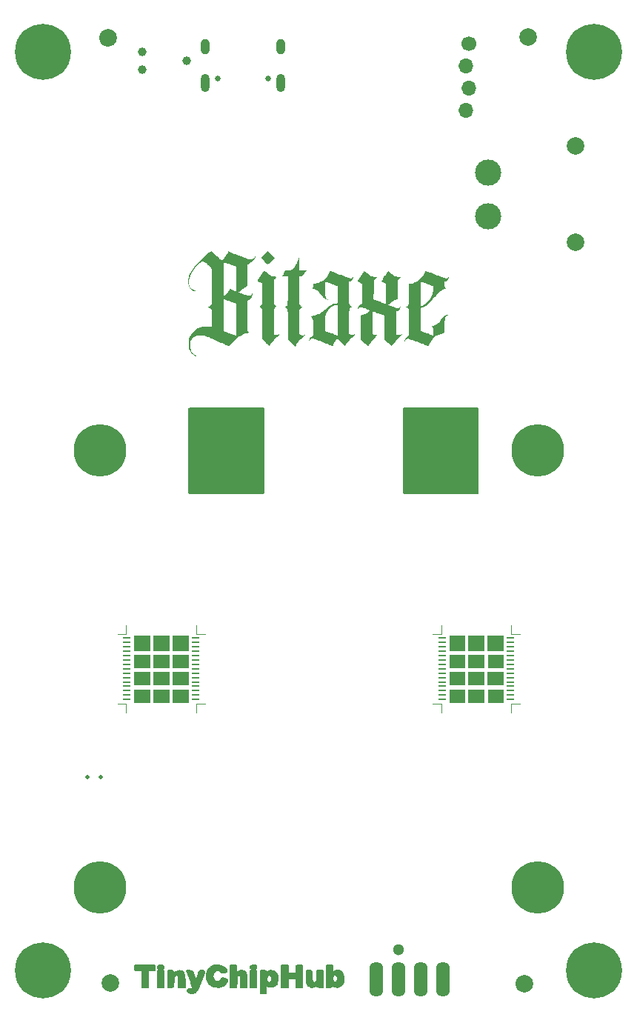
<source format=gbr>
%TF.GenerationSoftware,KiCad,Pcbnew,9.0.1*%
%TF.CreationDate,2025-09-16T14:58:38+08:00*%
%TF.ProjectId,BitaxeGT,42697461-7865-4475-942e-6b696361645f,v800*%
%TF.SameCoordinates,Original*%
%TF.FileFunction,Soldermask,Top*%
%TF.FilePolarity,Negative*%
%FSLAX46Y46*%
G04 Gerber Fmt 4.6, Leading zero omitted, Abs format (unit mm)*
G04 Created by KiCad (PCBNEW 9.0.1) date 2025-09-16 14:58:38*
%MOMM*%
%LPD*%
G01*
G04 APERTURE LIST*
G04 Aperture macros list*
%AMRoundRect*
0 Rectangle with rounded corners*
0 $1 Rounding radius*
0 $2 $3 $4 $5 $6 $7 $8 $9 X,Y pos of 4 corners*
0 Add a 4 corners polygon primitive as box body*
4,1,4,$2,$3,$4,$5,$6,$7,$8,$9,$2,$3,0*
0 Add four circle primitives for the rounded corners*
1,1,$1+$1,$2,$3*
1,1,$1+$1,$4,$5*
1,1,$1+$1,$6,$7*
1,1,$1+$1,$8,$9*
0 Add four rect primitives between the rounded corners*
20,1,$1+$1,$2,$3,$4,$5,0*
20,1,$1+$1,$4,$5,$6,$7,0*
20,1,$1+$1,$6,$7,$8,$9,0*
20,1,$1+$1,$8,$9,$2,$3,0*%
G04 Aperture macros list end*
%ADD10C,0.200000*%
%ADD11C,0.100000*%
%ADD12C,0.000000*%
%ADD13C,0.120000*%
%ADD14C,1.050000*%
%ADD15RoundRect,0.055250X-0.340750X-0.055250X0.340750X-0.055250X0.340750X0.055250X-0.340750X0.055250X0*%
%ADD16C,2.000000*%
%ADD17C,6.000000*%
%ADD18C,0.800000*%
%ADD19C,6.400000*%
%ADD20C,1.300000*%
%ADD21O,1.574800X4.000000*%
%ADD22C,1.500000*%
%ADD23C,1.700000*%
%ADD24O,1.700000X1.700000*%
%ADD25C,0.990600*%
%ADD26C,0.400000*%
%ADD27C,0.499999*%
%ADD28C,3.000000*%
%ADD29C,0.650000*%
%ADD30O,1.000000X1.800000*%
%ADD31O,1.000000X2.100000*%
G04 APERTURE END LIST*
D10*
%TO.C,LG2*%
X113298206Y-148390000D02*
X112598206Y-148390000D01*
X112598206Y-146490000D01*
X113298206Y-146490000D01*
X113298206Y-148390000D01*
G36*
X113298206Y-148390000D02*
G01*
X112598206Y-148390000D01*
X112598206Y-146490000D01*
X113298206Y-146490000D01*
X113298206Y-148390000D01*
G37*
X123898206Y-148390000D02*
X123198206Y-148390000D01*
X123198206Y-146490000D01*
X123898206Y-146490000D01*
X123898206Y-148390000D01*
G36*
X123898206Y-148390000D02*
G01*
X123198206Y-148390000D01*
X123198206Y-146490000D01*
X123898206Y-146490000D01*
X123898206Y-148390000D01*
G37*
X132707018Y-146708007D02*
X132677018Y-146908007D01*
X132497018Y-146858007D01*
X132357018Y-146478007D01*
X132357018Y-146468007D01*
X132707018Y-146708007D01*
G36*
X132707018Y-146708007D02*
G01*
X132677018Y-146908007D01*
X132497018Y-146858007D01*
X132357018Y-146478007D01*
X132357018Y-146468007D01*
X132707018Y-146708007D01*
G37*
D11*
X132467212Y-145900179D02*
X132552373Y-145945000D01*
X132594420Y-146175807D01*
X132600323Y-146409555D01*
X132623206Y-146617500D01*
X132638806Y-146635220D01*
X131898206Y-146600000D01*
X131898206Y-145890000D01*
X132467212Y-145900179D01*
G36*
X132467212Y-145900179D02*
G01*
X132552373Y-145945000D01*
X132594420Y-146175807D01*
X132600323Y-146409555D01*
X132623206Y-146617500D01*
X132638806Y-146635220D01*
X131898206Y-146600000D01*
X131898206Y-145890000D01*
X132467212Y-145900179D01*
G37*
D10*
X124998206Y-148293826D02*
X124994530Y-148807384D01*
X124981482Y-148980311D01*
X124954366Y-149031826D01*
X124919628Y-149062765D01*
X124875664Y-149077963D01*
X124787139Y-149086988D01*
X124398206Y-149090000D01*
X124397018Y-148188007D01*
X124998206Y-148293826D01*
G36*
X124998206Y-148293826D02*
G01*
X124994530Y-148807384D01*
X124981482Y-148980311D01*
X124954366Y-149031826D01*
X124919628Y-149062765D01*
X124875664Y-149077963D01*
X124787139Y-149086988D01*
X124398206Y-149090000D01*
X124397018Y-148188007D01*
X124998206Y-148293826D01*
G37*
X132637610Y-147131553D02*
X132605356Y-147242888D01*
X132592308Y-147358066D01*
X132598005Y-147478164D01*
X132621770Y-147596024D01*
X132657982Y-147690405D01*
X132766557Y-147823263D01*
X132571468Y-148194724D01*
X132489223Y-148313002D01*
X132409326Y-148353281D01*
X132304867Y-148380777D01*
X132189873Y-148390000D01*
X131898206Y-148390000D01*
X131898206Y-145890000D01*
X132637610Y-147131553D01*
G36*
X132637610Y-147131553D02*
G01*
X132605356Y-147242888D01*
X132592308Y-147358066D01*
X132598005Y-147478164D01*
X132621770Y-147596024D01*
X132657982Y-147690405D01*
X132766557Y-147823263D01*
X132571468Y-148194724D01*
X132489223Y-148313002D01*
X132409326Y-148353281D01*
X132304867Y-148380777D01*
X132189873Y-148390000D01*
X131898206Y-148390000D01*
X131898206Y-145890000D01*
X132637610Y-147131553D01*
G37*
X127498206Y-146790000D02*
X128398206Y-146790000D01*
X128405019Y-146056636D01*
X128414695Y-145998747D01*
X128480165Y-145915138D01*
X128637617Y-145892650D01*
X129098206Y-145890000D01*
X129098206Y-148390000D01*
X128398206Y-148390000D01*
X128398206Y-147390000D01*
X127498206Y-147390000D01*
X127498206Y-148390000D01*
X126698206Y-148390000D01*
X126698206Y-145890000D01*
X127498206Y-145890000D01*
X127498206Y-146790000D01*
G36*
X127498206Y-146790000D02*
G01*
X128398206Y-146790000D01*
X128405019Y-146056636D01*
X128414695Y-145998747D01*
X128480165Y-145915138D01*
X128637617Y-145892650D01*
X129098206Y-145890000D01*
X129098206Y-148390000D01*
X128398206Y-148390000D01*
X128398206Y-147390000D01*
X127498206Y-147390000D01*
X127498206Y-148390000D01*
X126698206Y-148390000D01*
X126698206Y-145890000D01*
X127498206Y-145890000D01*
X127498206Y-146790000D01*
G37*
X112298206Y-146190000D02*
X112295183Y-146278992D01*
X112286133Y-146367574D01*
X112270880Y-146411541D01*
X112239873Y-146446250D01*
X112193511Y-146471452D01*
X112141874Y-146482326D01*
X112020040Y-146486163D01*
X111498206Y-146490000D01*
X111498206Y-148390000D01*
X110798206Y-148390000D01*
X110798206Y-146490000D01*
X110398206Y-146490000D01*
X110108216Y-146473327D01*
X110056539Y-146446250D01*
X110010279Y-146367574D01*
X109998206Y-145890000D01*
X112298206Y-145890000D01*
X112298206Y-146190000D01*
G36*
X112298206Y-146190000D02*
G01*
X112295183Y-146278992D01*
X112286133Y-146367574D01*
X112270880Y-146411541D01*
X112239873Y-146446250D01*
X112193511Y-146471452D01*
X112141874Y-146482326D01*
X112020040Y-146486163D01*
X111498206Y-146490000D01*
X111498206Y-148390000D01*
X110798206Y-148390000D01*
X110798206Y-146490000D01*
X110398206Y-146490000D01*
X110108216Y-146473327D01*
X110056539Y-146446250D01*
X110010279Y-146367574D01*
X109998206Y-145890000D01*
X112298206Y-145890000D01*
X112298206Y-146190000D01*
G37*
X123639513Y-145892055D02*
X123730634Y-145898218D01*
X123781722Y-145908422D01*
X123829456Y-145929286D01*
X123880477Y-145989754D01*
X123898206Y-146090000D01*
X123893740Y-146140901D01*
X123880477Y-146190246D01*
X123829456Y-146250714D01*
X123781716Y-146271560D01*
X123730634Y-146281782D01*
X123639512Y-146287943D01*
X123456899Y-146287945D01*
X123365778Y-146281782D01*
X123314690Y-146271578D01*
X123266956Y-146250714D01*
X123215936Y-146190246D01*
X123198208Y-146090000D01*
X123215935Y-145989754D01*
X123236076Y-145954986D01*
X123314696Y-145908440D01*
X123456900Y-145892057D01*
X123548206Y-145890000D01*
X123639513Y-145892055D01*
G36*
X123639513Y-145892055D02*
G01*
X123730634Y-145898218D01*
X123781722Y-145908422D01*
X123829456Y-145929286D01*
X123880477Y-145989754D01*
X123898206Y-146090000D01*
X123893740Y-146140901D01*
X123880477Y-146190246D01*
X123829456Y-146250714D01*
X123781716Y-146271560D01*
X123730634Y-146281782D01*
X123639512Y-146287943D01*
X123456899Y-146287945D01*
X123365778Y-146281782D01*
X123314690Y-146271578D01*
X123266956Y-146250714D01*
X123215936Y-146190246D01*
X123198208Y-146090000D01*
X123215935Y-145989754D01*
X123236076Y-145954986D01*
X123314696Y-145908440D01*
X123456900Y-145892057D01*
X123548206Y-145890000D01*
X123639513Y-145892055D01*
G37*
X113039513Y-145892055D02*
X113130634Y-145898218D01*
X113181722Y-145908422D01*
X113229456Y-145929287D01*
X113280477Y-145989754D01*
X113298206Y-146090000D01*
X113280477Y-146190246D01*
X113260336Y-146225014D01*
X113229456Y-146250714D01*
X113181716Y-146271560D01*
X113130634Y-146281782D01*
X113039512Y-146287943D01*
X112856899Y-146287945D01*
X112765778Y-146281782D01*
X112714690Y-146271578D01*
X112666956Y-146250714D01*
X112636103Y-146224992D01*
X112615935Y-146190246D01*
X112602673Y-146140901D01*
X112598206Y-146090000D01*
X112602672Y-146039099D01*
X112615935Y-145989754D01*
X112666956Y-145929286D01*
X112714696Y-145908440D01*
X112856900Y-145892057D01*
X112948206Y-145890000D01*
X113039513Y-145892055D01*
G36*
X113039513Y-145892055D02*
G01*
X113130634Y-145898218D01*
X113181722Y-145908422D01*
X113229456Y-145929287D01*
X113280477Y-145989754D01*
X113298206Y-146090000D01*
X113280477Y-146190246D01*
X113260336Y-146225014D01*
X113229456Y-146250714D01*
X113181716Y-146271560D01*
X113130634Y-146281782D01*
X113039512Y-146287943D01*
X112856899Y-146287945D01*
X112765778Y-146281782D01*
X112714690Y-146271578D01*
X112666956Y-146250714D01*
X112636103Y-146224992D01*
X112615935Y-146190246D01*
X112602673Y-146140901D01*
X112598206Y-146090000D01*
X112602672Y-146039099D01*
X112615935Y-145989754D01*
X112666956Y-145929286D01*
X112714696Y-145908440D01*
X112856900Y-145892057D01*
X112948206Y-145890000D01*
X113039513Y-145892055D01*
G37*
X121357211Y-145892491D02*
X121465988Y-145899959D01*
X121551522Y-145943823D01*
X121590310Y-146038946D01*
X121598206Y-146293518D01*
X121600471Y-146411042D01*
X121609391Y-146574610D01*
X121628776Y-146616901D01*
X121682572Y-146637324D01*
X121738301Y-146618406D01*
X121791632Y-146593518D01*
X121908814Y-146541322D01*
X122032300Y-146506578D01*
X122152939Y-146492431D01*
X122274231Y-146498921D01*
X122383690Y-146524829D01*
X122486413Y-146570662D01*
X122572401Y-146632715D01*
X122642536Y-146712251D01*
X122712228Y-146854364D01*
X122760224Y-147057839D01*
X122778252Y-147190293D01*
X122793639Y-147492890D01*
X122798206Y-148390000D01*
X122107344Y-148390000D01*
X122087018Y-147878007D01*
X122066887Y-147530509D01*
X122055999Y-147346018D01*
X122044669Y-147248256D01*
X121994421Y-147106584D01*
X121848206Y-147040000D01*
X121741216Y-147071103D01*
X121676755Y-147153071D01*
X121641624Y-147325493D01*
X121618637Y-147715000D01*
X121589068Y-148390000D01*
X120898206Y-148390000D01*
X120898206Y-145890000D01*
X121357211Y-145892491D01*
G36*
X121357211Y-145892491D02*
G01*
X121465988Y-145899959D01*
X121551522Y-145943823D01*
X121590310Y-146038946D01*
X121598206Y-146293518D01*
X121600471Y-146411042D01*
X121609391Y-146574610D01*
X121628776Y-146616901D01*
X121682572Y-146637324D01*
X121738301Y-146618406D01*
X121791632Y-146593518D01*
X121908814Y-146541322D01*
X122032300Y-146506578D01*
X122152939Y-146492431D01*
X122274231Y-146498921D01*
X122383690Y-146524829D01*
X122486413Y-146570662D01*
X122572401Y-146632715D01*
X122642536Y-146712251D01*
X122712228Y-146854364D01*
X122760224Y-147057839D01*
X122778252Y-147190293D01*
X122793639Y-147492890D01*
X122798206Y-148390000D01*
X122107344Y-148390000D01*
X122087018Y-147878007D01*
X122066887Y-147530509D01*
X122055999Y-147346018D01*
X122044669Y-147248256D01*
X121994421Y-147106584D01*
X121848206Y-147040000D01*
X121741216Y-147071103D01*
X121676755Y-147153071D01*
X121641624Y-147325493D01*
X121618637Y-147715000D01*
X121589068Y-148390000D01*
X120898206Y-148390000D01*
X120898206Y-145890000D01*
X121357211Y-145892491D01*
G37*
X129990026Y-146493762D02*
X130081231Y-146505023D01*
X130159364Y-146560152D01*
X130192415Y-146680717D01*
X130198206Y-147031821D01*
X130209712Y-147406358D01*
X130261214Y-147709760D01*
X130298606Y-147781809D01*
X130354727Y-147840455D01*
X130422311Y-147877264D01*
X130498206Y-147890000D01*
X130574103Y-147877269D01*
X130697813Y-147781814D01*
X130735198Y-147709760D01*
X130768591Y-147587980D01*
X130784966Y-147462770D01*
X130798206Y-147031821D01*
X130798206Y-146490000D01*
X131498206Y-146490000D01*
X131498206Y-148390000D01*
X131081048Y-148388120D01*
X130901019Y-148359592D01*
X130804527Y-148309631D01*
X130769793Y-148237052D01*
X130693212Y-148244582D01*
X130496791Y-148334647D01*
X130262990Y-148383447D01*
X130141820Y-148383896D01*
X130029298Y-148368691D01*
X129831957Y-148294307D01*
X129755349Y-148232857D01*
X129680672Y-148115682D01*
X129633116Y-147934488D01*
X129615556Y-147803360D01*
X129606111Y-147671399D01*
X129598206Y-147282857D01*
X129598206Y-146490000D01*
X129898206Y-146490000D01*
X129990026Y-146493762D01*
G36*
X129990026Y-146493762D02*
G01*
X130081231Y-146505023D01*
X130159364Y-146560152D01*
X130192415Y-146680717D01*
X130198206Y-147031821D01*
X130209712Y-147406358D01*
X130261214Y-147709760D01*
X130298606Y-147781809D01*
X130354727Y-147840455D01*
X130422311Y-147877264D01*
X130498206Y-147890000D01*
X130574103Y-147877269D01*
X130697813Y-147781814D01*
X130735198Y-147709760D01*
X130768591Y-147587980D01*
X130784966Y-147462770D01*
X130798206Y-147031821D01*
X130798206Y-146490000D01*
X131498206Y-146490000D01*
X131498206Y-148390000D01*
X131081048Y-148388120D01*
X130901019Y-148359592D01*
X130804527Y-148309631D01*
X130769793Y-148237052D01*
X130693212Y-148244582D01*
X130496791Y-148334647D01*
X130262990Y-148383447D01*
X130141820Y-148383896D01*
X130029298Y-148368691D01*
X129831957Y-148294307D01*
X129755349Y-148232857D01*
X129680672Y-148115682D01*
X129633116Y-147934488D01*
X129615556Y-147803360D01*
X129606111Y-147671399D01*
X129598206Y-147282857D01*
X129598206Y-146490000D01*
X129898206Y-146490000D01*
X129990026Y-146493762D01*
G37*
X124813124Y-146497539D02*
X124977040Y-146553769D01*
X125011825Y-146631434D01*
X125214643Y-147048435D01*
X125091436Y-147202649D01*
X125038725Y-147409238D01*
X125032943Y-147434119D01*
X125048383Y-147527649D01*
X125078998Y-147642440D01*
X125125901Y-147739210D01*
X125191279Y-147824592D01*
X125260136Y-147872960D01*
X125342544Y-147890000D01*
X125498738Y-147829275D01*
X125614063Y-147663150D01*
X125646349Y-147554138D01*
X125657155Y-147440961D01*
X125610638Y-147227351D01*
X125496520Y-147061445D01*
X125357108Y-146999120D01*
X125214643Y-147048435D01*
X125191632Y-146593518D01*
X125534685Y-146495641D01*
X125761701Y-146525195D01*
X125868118Y-146568175D01*
X126066761Y-146707431D01*
X126182354Y-146842660D01*
X126222535Y-146912254D01*
X126288063Y-147138129D01*
X126295188Y-147373634D01*
X126292869Y-147603745D01*
X126248291Y-147910536D01*
X126190247Y-148066423D01*
X126091691Y-148200425D01*
X125967397Y-148293140D01*
X125820563Y-148342996D01*
X125622165Y-148361832D01*
X125317018Y-148348007D01*
X124998206Y-148293826D01*
X124397018Y-148188007D01*
X124398206Y-146490000D01*
X124813124Y-146497539D01*
G36*
X124813124Y-146497539D02*
G01*
X124977040Y-146553769D01*
X125011825Y-146631434D01*
X125214643Y-147048435D01*
X125091436Y-147202649D01*
X125038725Y-147409238D01*
X125032943Y-147434119D01*
X125048383Y-147527649D01*
X125078998Y-147642440D01*
X125125901Y-147739210D01*
X125191279Y-147824592D01*
X125260136Y-147872960D01*
X125342544Y-147890000D01*
X125498738Y-147829275D01*
X125614063Y-147663150D01*
X125646349Y-147554138D01*
X125657155Y-147440961D01*
X125610638Y-147227351D01*
X125496520Y-147061445D01*
X125357108Y-146999120D01*
X125214643Y-147048435D01*
X125191632Y-146593518D01*
X125534685Y-146495641D01*
X125761701Y-146525195D01*
X125868118Y-146568175D01*
X126066761Y-146707431D01*
X126182354Y-146842660D01*
X126222535Y-146912254D01*
X126288063Y-147138129D01*
X126295188Y-147373634D01*
X126292869Y-147603745D01*
X126248291Y-147910536D01*
X126190247Y-148066423D01*
X126091691Y-148200425D01*
X125967397Y-148293140D01*
X125820563Y-148342996D01*
X125622165Y-148361832D01*
X125317018Y-148348007D01*
X124998206Y-148293826D01*
X124397018Y-148188007D01*
X124398206Y-146490000D01*
X124813124Y-146497539D01*
G37*
X133291893Y-146513951D02*
X133491065Y-146586178D01*
X133643330Y-146703744D01*
X133748882Y-146864565D01*
X133797018Y-146958007D01*
X133847018Y-147208007D01*
X133861795Y-147328244D01*
X133856567Y-147578516D01*
X133809611Y-147824400D01*
X133725051Y-148023980D01*
X133592628Y-148195578D01*
X133501191Y-148269960D01*
X133270996Y-148363102D01*
X133141094Y-148383054D01*
X132889718Y-148363910D01*
X132791162Y-148326637D01*
X132671128Y-148234060D01*
X132923997Y-147828239D01*
X133004413Y-147793788D01*
X133073557Y-147738901D01*
X133126074Y-147667940D01*
X133181478Y-147478365D01*
X133179869Y-147366131D01*
X133161026Y-147255478D01*
X133125250Y-147163694D01*
X133067713Y-147083731D01*
X132994756Y-147025431D01*
X132908013Y-146990826D01*
X132745676Y-147010793D01*
X132638806Y-146635220D01*
X132662073Y-146639169D01*
X132718206Y-146610000D01*
X132783418Y-146559464D01*
X132859180Y-146526807D01*
X133066059Y-146494303D01*
X133291893Y-146513951D01*
G36*
X133291893Y-146513951D02*
G01*
X133491065Y-146586178D01*
X133643330Y-146703744D01*
X133748882Y-146864565D01*
X133797018Y-146958007D01*
X133847018Y-147208007D01*
X133861795Y-147328244D01*
X133856567Y-147578516D01*
X133809611Y-147824400D01*
X133725051Y-148023980D01*
X133592628Y-148195578D01*
X133501191Y-148269960D01*
X133270996Y-148363102D01*
X133141094Y-148383054D01*
X132889718Y-148363910D01*
X132791162Y-148326637D01*
X132671128Y-148234060D01*
X132923997Y-147828239D01*
X133004413Y-147793788D01*
X133073557Y-147738901D01*
X133126074Y-147667940D01*
X133181478Y-147478365D01*
X133179869Y-147366131D01*
X133161026Y-147255478D01*
X133125250Y-147163694D01*
X133067713Y-147083731D01*
X132994756Y-147025431D01*
X132908013Y-146990826D01*
X132745676Y-147010793D01*
X132638806Y-146635220D01*
X132662073Y-146639169D01*
X132718206Y-146610000D01*
X132783418Y-146559464D01*
X132859180Y-146526807D01*
X133066059Y-146494303D01*
X133291893Y-146513951D01*
G37*
X132467212Y-145900179D02*
X132552373Y-145945000D01*
X132590633Y-146041614D01*
X132594420Y-146175807D01*
X132600323Y-146409555D01*
X132607622Y-146564301D01*
X132623206Y-146617500D01*
X132638806Y-146635220D01*
X131898206Y-145890000D01*
X132467212Y-145900179D01*
G36*
X132467212Y-145900179D02*
G01*
X132552373Y-145945000D01*
X132590633Y-146041614D01*
X132594420Y-146175807D01*
X132600323Y-146409555D01*
X132607622Y-146564301D01*
X132623206Y-146617500D01*
X132638806Y-146635220D01*
X131898206Y-145890000D01*
X132467212Y-145900179D01*
G37*
X114163368Y-146492220D02*
X114228227Y-146498870D01*
X114321606Y-146527112D01*
X114392909Y-146602695D01*
X114412003Y-146702075D01*
X114449174Y-146725047D01*
X114486634Y-146718952D01*
X114600395Y-146662404D01*
X114678803Y-146619657D01*
X114955877Y-146519027D01*
X115094055Y-146509228D01*
X115231244Y-146528420D01*
X115351666Y-146573739D01*
X115458430Y-146645549D01*
X115542873Y-146738433D01*
X115601743Y-146849303D01*
X115639074Y-146988681D01*
X115680493Y-147349529D01*
X115691117Y-147481542D01*
X115698206Y-147746510D01*
X115698206Y-148390000D01*
X114998206Y-148390000D01*
X114997018Y-147828007D01*
X114995183Y-147598884D01*
X114992161Y-147460906D01*
X114985329Y-147334578D01*
X114964905Y-147209725D01*
X114945840Y-147146903D01*
X114917195Y-147087830D01*
X114884808Y-147049262D01*
X114841484Y-147023583D01*
X114759294Y-147008040D01*
X114676875Y-147022289D01*
X114604570Y-147064584D01*
X114551603Y-147129479D01*
X114498528Y-147248306D01*
X114466519Y-147374449D01*
X114430167Y-147646390D01*
X114384872Y-148161758D01*
X114341249Y-148309007D01*
X114306398Y-148349067D01*
X114258136Y-148371203D01*
X114172674Y-148385286D01*
X114086187Y-148390000D01*
X113798206Y-148390000D01*
X113798206Y-146490000D01*
X114098206Y-146490000D01*
X114163368Y-146492220D01*
G36*
X114163368Y-146492220D02*
G01*
X114228227Y-146498870D01*
X114321606Y-146527112D01*
X114392909Y-146602695D01*
X114412003Y-146702075D01*
X114449174Y-146725047D01*
X114486634Y-146718952D01*
X114600395Y-146662404D01*
X114678803Y-146619657D01*
X114955877Y-146519027D01*
X115094055Y-146509228D01*
X115231244Y-146528420D01*
X115351666Y-146573739D01*
X115458430Y-146645549D01*
X115542873Y-146738433D01*
X115601743Y-146849303D01*
X115639074Y-146988681D01*
X115680493Y-147349529D01*
X115691117Y-147481542D01*
X115698206Y-147746510D01*
X115698206Y-148390000D01*
X114998206Y-148390000D01*
X114997018Y-147828007D01*
X114995183Y-147598884D01*
X114992161Y-147460906D01*
X114985329Y-147334578D01*
X114964905Y-147209725D01*
X114945840Y-147146903D01*
X114917195Y-147087830D01*
X114884808Y-147049262D01*
X114841484Y-147023583D01*
X114759294Y-147008040D01*
X114676875Y-147022289D01*
X114604570Y-147064584D01*
X114551603Y-147129479D01*
X114498528Y-147248306D01*
X114466519Y-147374449D01*
X114430167Y-147646390D01*
X114384872Y-148161758D01*
X114341249Y-148309007D01*
X114306398Y-148349067D01*
X114258136Y-148371203D01*
X114172674Y-148385286D01*
X114086187Y-148390000D01*
X113798206Y-148390000D01*
X113798206Y-146490000D01*
X114098206Y-146490000D01*
X114163368Y-146492220D01*
G37*
X119557444Y-145902538D02*
X119811976Y-145948653D01*
X120033162Y-146022732D01*
X120240756Y-146129108D01*
X120369639Y-146243858D01*
X120450250Y-146396439D01*
X120472816Y-146474462D01*
X120490719Y-146589547D01*
X120444511Y-146649356D01*
X120310900Y-146691832D01*
X120138895Y-146734331D01*
X120008794Y-146742656D01*
X119868124Y-146699680D01*
X119797404Y-146639033D01*
X119684021Y-146546181D01*
X119544127Y-146502521D01*
X119386330Y-146509467D01*
X119238151Y-146564176D01*
X119097724Y-146668810D01*
X118989481Y-146806473D01*
X118921437Y-146967105D01*
X118898206Y-147140000D01*
X118923523Y-147323938D01*
X118997607Y-147494191D01*
X119113557Y-147633569D01*
X119264849Y-147733472D01*
X119418515Y-147773565D01*
X119576396Y-147756466D01*
X119711069Y-147684849D01*
X119807399Y-147566585D01*
X119875703Y-147437785D01*
X119932850Y-147333557D01*
X119969415Y-147298529D01*
X119998154Y-147299422D01*
X120566343Y-147508563D01*
X120596810Y-147569177D01*
X120532052Y-147719578D01*
X120461798Y-147863191D01*
X120309977Y-148078044D01*
X120097583Y-148233286D01*
X119824374Y-148338167D01*
X119535545Y-148385293D01*
X119231517Y-148373644D01*
X118935528Y-148303228D01*
X118686429Y-148180186D01*
X118476450Y-147998254D01*
X118315330Y-147763337D01*
X118218910Y-147495287D01*
X118182105Y-147186345D01*
X118206594Y-146876183D01*
X118289980Y-146586128D01*
X118430657Y-146319119D01*
X118608841Y-146122887D01*
X118837018Y-145988007D01*
X119063697Y-145919187D01*
X119298995Y-145891729D01*
X119557444Y-145902538D01*
G36*
X119557444Y-145902538D02*
G01*
X119811976Y-145948653D01*
X120033162Y-146022732D01*
X120240756Y-146129108D01*
X120369639Y-146243858D01*
X120450250Y-146396439D01*
X120472816Y-146474462D01*
X120490719Y-146589547D01*
X120444511Y-146649356D01*
X120310900Y-146691832D01*
X120138895Y-146734331D01*
X120008794Y-146742656D01*
X119868124Y-146699680D01*
X119797404Y-146639033D01*
X119684021Y-146546181D01*
X119544127Y-146502521D01*
X119386330Y-146509467D01*
X119238151Y-146564176D01*
X119097724Y-146668810D01*
X118989481Y-146806473D01*
X118921437Y-146967105D01*
X118898206Y-147140000D01*
X118923523Y-147323938D01*
X118997607Y-147494191D01*
X119113557Y-147633569D01*
X119264849Y-147733472D01*
X119418515Y-147773565D01*
X119576396Y-147756466D01*
X119711069Y-147684849D01*
X119807399Y-147566585D01*
X119875703Y-147437785D01*
X119932850Y-147333557D01*
X119969415Y-147298529D01*
X119998154Y-147299422D01*
X120566343Y-147508563D01*
X120596810Y-147569177D01*
X120532052Y-147719578D01*
X120461798Y-147863191D01*
X120309977Y-148078044D01*
X120097583Y-148233286D01*
X119824374Y-148338167D01*
X119535545Y-148385293D01*
X119231517Y-148373644D01*
X118935528Y-148303228D01*
X118686429Y-148180186D01*
X118476450Y-147998254D01*
X118315330Y-147763337D01*
X118218910Y-147495287D01*
X118182105Y-147186345D01*
X118206594Y-146876183D01*
X118289980Y-146586128D01*
X118430657Y-146319119D01*
X118608841Y-146122887D01*
X118837018Y-145988007D01*
X119063697Y-145919187D01*
X119298995Y-145891729D01*
X119557444Y-145902538D01*
G37*
X117775147Y-146498548D02*
X117885608Y-146523991D01*
X117937138Y-146562449D01*
X117953084Y-146624734D01*
X117935063Y-146740873D01*
X117902035Y-146853666D01*
X117278105Y-148482748D01*
X117176946Y-148693348D01*
X117039594Y-148882346D01*
X116929261Y-148976641D01*
X116796587Y-149035481D01*
X116626281Y-149067542D01*
X116360184Y-149059005D01*
X116267370Y-149048272D01*
X116190962Y-149033842D01*
X116119769Y-149002568D01*
X116052362Y-148930716D01*
X116016251Y-148815000D01*
X116010920Y-148757031D01*
X116011337Y-148698820D01*
X116040830Y-148633555D01*
X116072612Y-148610915D01*
X116176978Y-148592355D01*
X116347783Y-148579829D01*
X116396481Y-148567377D01*
X116482175Y-148529859D01*
X116541195Y-148481803D01*
X116566985Y-148407102D01*
X116562515Y-148360510D01*
X116526144Y-148228666D01*
X116438102Y-147939107D01*
X116386432Y-147781391D01*
X116320202Y-147607406D01*
X115898206Y-146514531D01*
X115901770Y-146505360D01*
X116006113Y-146497796D01*
X116124692Y-146499693D01*
X116206959Y-146505107D01*
X116347806Y-146518088D01*
X116549179Y-146568216D01*
X116601412Y-146610082D01*
X116647763Y-146672450D01*
X116679981Y-146743161D01*
X116778356Y-147065000D01*
X116839262Y-147266221D01*
X116902029Y-147435781D01*
X116959950Y-147566262D01*
X116973894Y-147583508D01*
X116995100Y-147590000D01*
X117015094Y-147583932D01*
X117028319Y-147567752D01*
X117081598Y-147428437D01*
X117109368Y-147339627D01*
X117230750Y-146871980D01*
X117272036Y-146703961D01*
X117298687Y-146629203D01*
X117342666Y-146563137D01*
X117389661Y-146524968D01*
X117447048Y-146505677D01*
X117554297Y-146493924D01*
X117662116Y-146490000D01*
X117775147Y-146498548D01*
G36*
X117775147Y-146498548D02*
G01*
X117885608Y-146523991D01*
X117937138Y-146562449D01*
X117953084Y-146624734D01*
X117935063Y-146740873D01*
X117902035Y-146853666D01*
X117278105Y-148482748D01*
X117176946Y-148693348D01*
X117039594Y-148882346D01*
X116929261Y-148976641D01*
X116796587Y-149035481D01*
X116626281Y-149067542D01*
X116360184Y-149059005D01*
X116267370Y-149048272D01*
X116190962Y-149033842D01*
X116119769Y-149002568D01*
X116052362Y-148930716D01*
X116016251Y-148815000D01*
X116010920Y-148757031D01*
X116011337Y-148698820D01*
X116040830Y-148633555D01*
X116072612Y-148610915D01*
X116176978Y-148592355D01*
X116347783Y-148579829D01*
X116396481Y-148567377D01*
X116482175Y-148529859D01*
X116541195Y-148481803D01*
X116566985Y-148407102D01*
X116562515Y-148360510D01*
X116526144Y-148228666D01*
X116438102Y-147939107D01*
X116386432Y-147781391D01*
X116320202Y-147607406D01*
X115898206Y-146514531D01*
X115901770Y-146505360D01*
X116006113Y-146497796D01*
X116124692Y-146499693D01*
X116206959Y-146505107D01*
X116347806Y-146518088D01*
X116549179Y-146568216D01*
X116601412Y-146610082D01*
X116647763Y-146672450D01*
X116679981Y-146743161D01*
X116778356Y-147065000D01*
X116839262Y-147266221D01*
X116902029Y-147435781D01*
X116959950Y-147566262D01*
X116973894Y-147583508D01*
X116995100Y-147590000D01*
X117015094Y-147583932D01*
X117028319Y-147567752D01*
X117081598Y-147428437D01*
X117109368Y-147339627D01*
X117230750Y-146871980D01*
X117272036Y-146703961D01*
X117298687Y-146629203D01*
X117342666Y-146563137D01*
X117389661Y-146524968D01*
X117447048Y-146505677D01*
X117554297Y-146493924D01*
X117662116Y-146490000D01*
X117775147Y-146498548D01*
G37*
D12*
%TO.C,G\u002A\u002A\u002A*%
G36*
X125587177Y-64633387D02*
G01*
X125977726Y-65023936D01*
X125592597Y-65409486D01*
X125489016Y-65512783D01*
X125395151Y-65605630D01*
X125314984Y-65684149D01*
X125252497Y-65744464D01*
X125211672Y-65782697D01*
X125196628Y-65795037D01*
X125179598Y-65780895D01*
X125137190Y-65741055D01*
X125073388Y-65679393D01*
X124992174Y-65599788D01*
X124897530Y-65506116D01*
X124800659Y-65409486D01*
X124415531Y-65023936D01*
X124806080Y-64633387D01*
X125196628Y-64242838D01*
X125587177Y-64633387D01*
G37*
G36*
X128780281Y-65695640D02*
G01*
X128780550Y-66481804D01*
X129206184Y-66487436D01*
X129631818Y-66493068D01*
X129358632Y-66831666D01*
X129085446Y-67170263D01*
X128932998Y-67170263D01*
X128780550Y-67170263D01*
X128780666Y-68696555D01*
X128781009Y-69038320D01*
X128781982Y-69339789D01*
X128783582Y-69600779D01*
X128785807Y-69821101D01*
X128788654Y-70000570D01*
X128792121Y-70139001D01*
X128796204Y-70236207D01*
X128800902Y-70292002D01*
X128802889Y-70302459D01*
X128840407Y-70383150D01*
X128903749Y-70467483D01*
X128980938Y-70541554D01*
X129046137Y-70584867D01*
X129116832Y-70621135D01*
X129013376Y-70685447D01*
X128907613Y-70773665D01*
X128850444Y-70850946D01*
X128790968Y-70952133D01*
X128785183Y-72335500D01*
X128784086Y-72610116D01*
X128783305Y-72846088D01*
X128782907Y-73046447D01*
X128782959Y-73214221D01*
X128783527Y-73352440D01*
X128784677Y-73464133D01*
X128786476Y-73552329D01*
X128788991Y-73620059D01*
X128792287Y-73670351D01*
X128796432Y-73706235D01*
X128801491Y-73730740D01*
X128807532Y-73746896D01*
X128814621Y-73757732D01*
X128816438Y-73759826D01*
X128895934Y-73821857D01*
X128999021Y-73865927D01*
X129109153Y-73885293D01*
X129125168Y-73885650D01*
X129204355Y-73880449D01*
X129271851Y-73861015D01*
X129341939Y-73821606D01*
X129410861Y-73770747D01*
X129461677Y-73734439D01*
X129486387Y-73724752D01*
X129487719Y-73738220D01*
X129468401Y-73771377D01*
X129431162Y-73820756D01*
X129378729Y-73882892D01*
X129313831Y-73954318D01*
X129239196Y-74031567D01*
X129157551Y-74111174D01*
X129103705Y-74161012D01*
X128951378Y-74305468D01*
X128806744Y-74455043D01*
X128674246Y-74604324D01*
X128558329Y-74747898D01*
X128463437Y-74880350D01*
X128394015Y-74996269D01*
X128363919Y-75062106D01*
X128329515Y-75152741D01*
X127898675Y-74751734D01*
X127467834Y-74350727D01*
X127467325Y-72713941D01*
X127466961Y-72404645D01*
X127466087Y-72120358D01*
X127464727Y-71863066D01*
X127462904Y-71634758D01*
X127460644Y-71437420D01*
X127457971Y-71273040D01*
X127454908Y-71143604D01*
X127451481Y-71051101D01*
X127447714Y-70997517D01*
X127446177Y-70987681D01*
X127398928Y-70864462D01*
X127321540Y-70756849D01*
X127223720Y-70677522D01*
X127132611Y-70624128D01*
X127190830Y-70594073D01*
X127291973Y-70522089D01*
X127379518Y-70422060D01*
X127412441Y-70368704D01*
X127420866Y-70352537D01*
X127428179Y-70335478D01*
X127434470Y-70314596D01*
X127439831Y-70286958D01*
X127444353Y-70249630D01*
X127448125Y-70199680D01*
X127451240Y-70134176D01*
X127453787Y-70050184D01*
X127455859Y-69944772D01*
X127457544Y-69815007D01*
X127458936Y-69657956D01*
X127460123Y-69470687D01*
X127461197Y-69250267D01*
X127462249Y-68993763D01*
X127463259Y-68727810D01*
X127469102Y-67170263D01*
X127145499Y-67170263D01*
X127034701Y-67169286D01*
X126940242Y-67166589D01*
X126869199Y-67162525D01*
X126828651Y-67157444D01*
X126821895Y-67154177D01*
X126831823Y-67131755D01*
X126859385Y-67079401D01*
X126901244Y-67003196D01*
X126954066Y-66909222D01*
X127007588Y-66815579D01*
X127193281Y-66493068D01*
X127429532Y-66480396D01*
X127542372Y-66471618D01*
X127644816Y-66458666D01*
X127724648Y-66443273D01*
X127754949Y-66434223D01*
X127925620Y-66348312D01*
X128087513Y-66222733D01*
X128239689Y-66058743D01*
X128381208Y-65857605D01*
X128511131Y-65620578D01*
X128628517Y-65348923D01*
X128688343Y-65182391D01*
X128780013Y-64909475D01*
X128780281Y-65695640D01*
G37*
G36*
X124787698Y-66475424D02*
G01*
X124829701Y-66508955D01*
X124891107Y-66560813D01*
X124966152Y-66626198D01*
X124992002Y-66649102D01*
X125189609Y-66814585D01*
X125379732Y-66953468D01*
X125557392Y-67062318D01*
X125675874Y-67120635D01*
X125751833Y-67150602D01*
X125819740Y-67168502D01*
X125895885Y-67177299D01*
X125996562Y-67179960D01*
X126001966Y-67179983D01*
X126091695Y-67181109D01*
X126146562Y-67184564D01*
X126173366Y-67191670D01*
X126178909Y-67203748D01*
X126175037Y-67213592D01*
X126142450Y-67260417D01*
X126090293Y-67321488D01*
X126029357Y-67385563D01*
X125970431Y-67441402D01*
X125924302Y-67477762D01*
X125917876Y-67481540D01*
X125863404Y-67510693D01*
X125863862Y-68866770D01*
X125864007Y-69138774D01*
X125864304Y-69372269D01*
X125864838Y-69570422D01*
X125865695Y-69736396D01*
X125866961Y-69873356D01*
X125868723Y-69984468D01*
X125871066Y-70072897D01*
X125874076Y-70141808D01*
X125877840Y-70194365D01*
X125882443Y-70233735D01*
X125887971Y-70263081D01*
X125894511Y-70285569D01*
X125902149Y-70304364D01*
X125902991Y-70306194D01*
X125963885Y-70400669D01*
X126050654Y-70488636D01*
X126144700Y-70552971D01*
X126181064Y-70575484D01*
X126179567Y-70585652D01*
X126169387Y-70586656D01*
X126128853Y-70603336D01*
X126074304Y-70645911D01*
X126014249Y-70705217D01*
X125957199Y-70772088D01*
X125911664Y-70837360D01*
X125886229Y-70891602D01*
X125880861Y-70932222D01*
X125876224Y-71012934D01*
X125872312Y-71133966D01*
X125869123Y-71295546D01*
X125866653Y-71497899D01*
X125864898Y-71741254D01*
X125863855Y-72025837D01*
X125863521Y-72328670D01*
X125863404Y-73684369D01*
X125924704Y-73743098D01*
X126005764Y-73796987D01*
X126108951Y-73832354D01*
X126217058Y-73844441D01*
X126272873Y-73839352D01*
X126329484Y-73827341D01*
X126373635Y-73811313D01*
X126419179Y-73784268D01*
X126479973Y-73739203D01*
X126496615Y-73726296D01*
X126546669Y-73690112D01*
X126567219Y-73682288D01*
X126558751Y-73702249D01*
X126521753Y-73749419D01*
X126456709Y-73823222D01*
X126364108Y-73923082D01*
X126244433Y-74048424D01*
X126098173Y-74198671D01*
X126094254Y-74202666D01*
X125917182Y-74386232D01*
X125770086Y-74545737D01*
X125650892Y-74683755D01*
X125557524Y-74802862D01*
X125487908Y-74905633D01*
X125439971Y-74994642D01*
X125423209Y-75035547D01*
X125403337Y-75082740D01*
X125387579Y-75107089D01*
X125385182Y-75108032D01*
X125367696Y-75093967D01*
X125324040Y-75054775D01*
X125258169Y-74994126D01*
X125174038Y-74915689D01*
X125075600Y-74823134D01*
X124966811Y-74720130D01*
X124952914Y-74706924D01*
X124532088Y-74306850D01*
X124530970Y-72623613D01*
X124530653Y-72309530D01*
X124530118Y-72034576D01*
X124529322Y-71796208D01*
X124528220Y-71591882D01*
X124526771Y-71419054D01*
X124524931Y-71275181D01*
X124522656Y-71157720D01*
X124519904Y-71064125D01*
X124516631Y-70991855D01*
X124512794Y-70938364D01*
X124508349Y-70901110D01*
X124503255Y-70877549D01*
X124501204Y-70871811D01*
X124442634Y-70772842D01*
X124359433Y-70684583D01*
X124265811Y-70621908D01*
X124259807Y-70619120D01*
X124175239Y-70580986D01*
X124253571Y-70545109D01*
X124319127Y-70505850D01*
X124384441Y-70453001D01*
X124398566Y-70438968D01*
X124425984Y-70410031D01*
X124449294Y-70383267D01*
X124468828Y-70355207D01*
X124484921Y-70322381D01*
X124497905Y-70281319D01*
X124508113Y-70228551D01*
X124515880Y-70160608D01*
X124521538Y-70074019D01*
X124525420Y-69965316D01*
X124527860Y-69831028D01*
X124529191Y-69667685D01*
X124529746Y-69471818D01*
X124529859Y-69239956D01*
X124529852Y-69071967D01*
X124529852Y-67930167D01*
X124423115Y-67892258D01*
X124306525Y-67842120D01*
X124197402Y-67779433D01*
X124108042Y-67711954D01*
X124063292Y-67665331D01*
X124013037Y-67601117D01*
X124388903Y-67036674D01*
X124479763Y-66900286D01*
X124563083Y-66775327D01*
X124636096Y-66665937D01*
X124696034Y-66576258D01*
X124740132Y-66510431D01*
X124765621Y-66472597D01*
X124770863Y-66465018D01*
X124787698Y-66475424D01*
G37*
G36*
X143252715Y-66521975D02*
G01*
X143277082Y-66534221D01*
X143336090Y-66559404D01*
X143425358Y-66595844D01*
X143540502Y-66641858D01*
X143677140Y-66695765D01*
X143830889Y-66755882D01*
X143997365Y-66820529D01*
X144172187Y-66888023D01*
X144350972Y-66956683D01*
X144529336Y-67024826D01*
X144702896Y-67090772D01*
X144867271Y-67152838D01*
X145018077Y-67209342D01*
X145150931Y-67258603D01*
X145261451Y-67298940D01*
X145345253Y-67328669D01*
X145397955Y-67346110D01*
X145407546Y-67348824D01*
X145494900Y-67365749D01*
X145571001Y-67370770D01*
X145601965Y-67367754D01*
X145708876Y-67326163D01*
X145802503Y-67253273D01*
X145865589Y-67166757D01*
X145912205Y-67076497D01*
X145900378Y-67189837D01*
X145865861Y-67340291D01*
X145798197Y-67474704D01*
X145702254Y-67586834D01*
X145582902Y-67670438D01*
X145498075Y-67705591D01*
X145387440Y-67740466D01*
X145387440Y-68023960D01*
X145388131Y-68141910D01*
X145390952Y-68227232D01*
X145397031Y-68288961D01*
X145407491Y-68336129D01*
X145423460Y-68377770D01*
X145434323Y-68400257D01*
X145477980Y-68467032D01*
X145532077Y-68524759D01*
X145552007Y-68540111D01*
X145622807Y-68587162D01*
X145551175Y-68587162D01*
X145463969Y-68596135D01*
X145354386Y-68620453D01*
X145237011Y-68656210D01*
X145126430Y-68699504D01*
X145119128Y-68702804D01*
X145010367Y-68758748D01*
X144901130Y-68828511D01*
X144788031Y-68915225D01*
X144667686Y-69022018D01*
X144536711Y-69152022D01*
X144391721Y-69308366D01*
X144229331Y-69494180D01*
X144108440Y-69637525D01*
X144011785Y-69752681D01*
X143915105Y-69866491D01*
X143824608Y-69971747D01*
X143746503Y-70061239D01*
X143687001Y-70127758D01*
X143674783Y-70141002D01*
X143474797Y-70334075D01*
X143267794Y-70492682D01*
X143057117Y-70614654D01*
X142846108Y-70697819D01*
X142795753Y-70711772D01*
X142647408Y-70749443D01*
X142642043Y-72051430D01*
X142641067Y-72328032D01*
X142640615Y-72565560D01*
X142640727Y-72766612D01*
X142641444Y-72933783D01*
X142642808Y-73069673D01*
X142644858Y-73176877D01*
X142647637Y-73257992D01*
X142651185Y-73315616D01*
X142655542Y-73352345D01*
X142660751Y-73370778D01*
X142662880Y-73373463D01*
X142688684Y-73385875D01*
X142747817Y-73410543D01*
X142834764Y-73445371D01*
X142944013Y-73488269D01*
X143070051Y-73537141D01*
X143207365Y-73589895D01*
X143350441Y-73644437D01*
X143493767Y-73698674D01*
X143631829Y-73750514D01*
X143759114Y-73797862D01*
X143870110Y-73838626D01*
X143959304Y-73870711D01*
X144021181Y-73892026D01*
X144050229Y-73900475D01*
X144051028Y-73900533D01*
X144060194Y-73892215D01*
X144066756Y-73864321D01*
X144070916Y-73812440D01*
X144072880Y-73732163D01*
X144072851Y-73619078D01*
X144071034Y-73468775D01*
X144071025Y-73468171D01*
X144067854Y-73306501D01*
X144062991Y-73180648D01*
X144054944Y-73084759D01*
X144042223Y-73012978D01*
X144023338Y-72959450D01*
X143996798Y-72918319D01*
X143961114Y-72883732D01*
X143914794Y-72849833D01*
X143913386Y-72848875D01*
X143835847Y-72796186D01*
X143930071Y-72796186D01*
X144091395Y-72778083D01*
X144260189Y-72726682D01*
X144426073Y-72646337D01*
X144578667Y-72541407D01*
X144618907Y-72507041D01*
X144671520Y-72454386D01*
X144741714Y-72376425D01*
X144822393Y-72281438D01*
X144906465Y-72177704D01*
X144960164Y-72108733D01*
X145039649Y-72006948D01*
X145117318Y-71911322D01*
X145186990Y-71829192D01*
X145242485Y-71767891D01*
X145270290Y-71740687D01*
X145366273Y-71671115D01*
X145481203Y-71608903D01*
X145598930Y-71561690D01*
X145699992Y-71537511D01*
X145748286Y-71532980D01*
X145767494Y-71534556D01*
X145762502Y-71538140D01*
X145672770Y-71589120D01*
X145586147Y-71663636D01*
X145520458Y-71746238D01*
X145518330Y-71749813D01*
X145490521Y-71799936D01*
X145467474Y-71849690D01*
X145448657Y-71903596D01*
X145433541Y-71966174D01*
X145421596Y-72041946D01*
X145412293Y-72135431D01*
X145405101Y-72251152D01*
X145399492Y-72393627D01*
X145394935Y-72567379D01*
X145390900Y-72776928D01*
X145389713Y-72847417D01*
X145377022Y-73617516D01*
X145217022Y-73642230D01*
X144949020Y-73704225D01*
X144688717Y-73804691D01*
X144441468Y-73940490D01*
X144212630Y-74108486D01*
X144007559Y-74305541D01*
X143929927Y-74396064D01*
X143875687Y-74469061D01*
X143814462Y-74560968D01*
X143750417Y-74664380D01*
X143687713Y-74771892D01*
X143630516Y-74876099D01*
X143582989Y-74969597D01*
X143549294Y-75044980D01*
X143533597Y-75094844D01*
X143532970Y-75102045D01*
X143517895Y-75125985D01*
X143484355Y-75126625D01*
X143458999Y-75111727D01*
X143435912Y-75100658D01*
X143378259Y-75076541D01*
X143290448Y-75041075D01*
X143176891Y-74995959D01*
X143041997Y-74942893D01*
X142890177Y-74883576D01*
X142725840Y-74819706D01*
X142553397Y-74752983D01*
X142377258Y-74685106D01*
X142201833Y-74617775D01*
X142031532Y-74552687D01*
X141870764Y-74491543D01*
X141723941Y-74436042D01*
X141595473Y-74387882D01*
X141489768Y-74348763D01*
X141411238Y-74320385D01*
X141364293Y-74304445D01*
X141361566Y-74303619D01*
X141244977Y-74281974D01*
X141132126Y-74279963D01*
X141028757Y-74300736D01*
X140945082Y-74349902D01*
X140873441Y-74432855D01*
X140842351Y-74483963D01*
X140801741Y-74556891D01*
X140814475Y-74452707D01*
X140851643Y-74299917D01*
X140920984Y-74163600D01*
X141017574Y-74049621D01*
X141136492Y-73963847D01*
X141266973Y-73913512D01*
X141324274Y-73899740D01*
X141324070Y-72457191D01*
X141323867Y-71014643D01*
X141274956Y-70909608D01*
X141199123Y-70790926D01*
X141097903Y-70704051D01*
X141035294Y-70671970D01*
X140969982Y-70644917D01*
X141078660Y-70579739D01*
X141191550Y-70489173D01*
X141250597Y-70412032D01*
X141313855Y-70309503D01*
X141319579Y-69167884D01*
X141319722Y-69139336D01*
X142636989Y-69139336D01*
X142637279Y-69434815D01*
X142638135Y-69699236D01*
X142639538Y-69931220D01*
X142641469Y-70129391D01*
X142643909Y-70292371D01*
X142646837Y-70418782D01*
X142650235Y-70507247D01*
X142654083Y-70556389D01*
X142657055Y-70566653D01*
X142686240Y-70559503D01*
X142740404Y-70541065D01*
X142787284Y-70523321D01*
X142942279Y-70447203D01*
X143107126Y-70339195D01*
X143274789Y-70205507D01*
X143438230Y-70052346D01*
X143590413Y-69885920D01*
X143724299Y-69712438D01*
X143751310Y-69672876D01*
X143859502Y-69499144D01*
X143941994Y-69337796D01*
X144001716Y-69178735D01*
X144041603Y-69011864D01*
X144064585Y-68827086D01*
X144073597Y-68614304D01*
X144073998Y-68561849D01*
X144073737Y-68445968D01*
X144071729Y-68364927D01*
X144067169Y-68311904D01*
X144059255Y-68280078D01*
X144047181Y-68262624D01*
X144038015Y-68256430D01*
X144011016Y-68244669D01*
X143951433Y-68220331D01*
X143864637Y-68185519D01*
X143755999Y-68142336D01*
X143630888Y-68092884D01*
X143494677Y-68039265D01*
X143352734Y-67983582D01*
X143210431Y-67927938D01*
X143073139Y-67874435D01*
X142946228Y-67825175D01*
X142835068Y-67782260D01*
X142745030Y-67747795D01*
X142681484Y-67723880D01*
X142649802Y-67712618D01*
X142647368Y-67712018D01*
X142645625Y-67732293D01*
X142643974Y-67790871D01*
X142642439Y-67884381D01*
X142641045Y-68009453D01*
X142639816Y-68162716D01*
X142638778Y-68340800D01*
X142637953Y-68540334D01*
X142637368Y-68757947D01*
X142637046Y-68990270D01*
X142636989Y-69139336D01*
X141319722Y-69139336D01*
X141325303Y-68026265D01*
X141402926Y-68014368D01*
X141708723Y-67948470D01*
X141991024Y-67848161D01*
X142249698Y-67713537D01*
X142484618Y-67544694D01*
X142695652Y-67341726D01*
X142882672Y-67104731D01*
X143045549Y-66833802D01*
X143071337Y-66783356D01*
X143110949Y-66700916D01*
X143144097Y-66626355D01*
X143165416Y-66571953D01*
X143169239Y-66559361D01*
X143192499Y-66513611D01*
X143226834Y-66505724D01*
X143252715Y-66521975D01*
G37*
G36*
X132325003Y-66518531D02*
G01*
X132356060Y-66533311D01*
X132396999Y-66551255D01*
X132472163Y-66581947D01*
X132576826Y-66623586D01*
X132706262Y-66674369D01*
X132855742Y-66732494D01*
X133020542Y-66796159D01*
X133195933Y-66863560D01*
X133377190Y-66932896D01*
X133559584Y-67002364D01*
X133738391Y-67070162D01*
X133908882Y-67134488D01*
X134066331Y-67193538D01*
X134206011Y-67245511D01*
X134323196Y-67288605D01*
X134413158Y-67321016D01*
X134471172Y-67340942D01*
X134485765Y-67345403D01*
X134580102Y-67365347D01*
X134658113Y-67370571D01*
X134683714Y-67367709D01*
X134790392Y-67326190D01*
X134883912Y-67253404D01*
X134947131Y-67166757D01*
X134993747Y-67076497D01*
X134981920Y-67189837D01*
X134947404Y-67340291D01*
X134879739Y-67474704D01*
X134783796Y-67586834D01*
X134664444Y-67670438D01*
X134579617Y-67705591D01*
X134468983Y-67740466D01*
X134468983Y-68979239D01*
X134469281Y-69270542D01*
X134470198Y-69521883D01*
X134471764Y-69734969D01*
X134474011Y-69911508D01*
X134476970Y-70053207D01*
X134480672Y-70161774D01*
X134485149Y-70238915D01*
X134490431Y-70286338D01*
X134493165Y-70298725D01*
X134536524Y-70390013D01*
X134605881Y-70480018D01*
X134688367Y-70554005D01*
X134745496Y-70587692D01*
X134826385Y-70623908D01*
X134729158Y-70670974D01*
X134630170Y-70739647D01*
X134548249Y-70836198D01*
X134494327Y-70947286D01*
X134489604Y-70963352D01*
X134485105Y-71001899D01*
X134481293Y-71080608D01*
X134478184Y-71197972D01*
X134475796Y-71352485D01*
X134474145Y-71542640D01*
X134473247Y-71766930D01*
X134473119Y-72023850D01*
X134473778Y-72311892D01*
X134474038Y-72381360D01*
X134479401Y-73721643D01*
X134577507Y-73782295D01*
X134678245Y-73829228D01*
X134787025Y-73854991D01*
X134887305Y-73856179D01*
X134912960Y-73851311D01*
X134957001Y-73832844D01*
X135019319Y-73797993D01*
X135071929Y-73764049D01*
X135126050Y-73729052D01*
X135155877Y-73715539D01*
X135160609Y-73724521D01*
X135139445Y-73757007D01*
X135091585Y-73814009D01*
X135016228Y-73896537D01*
X134912573Y-74005601D01*
X134779821Y-74142213D01*
X134740970Y-74181830D01*
X134630705Y-74295217D01*
X134524703Y-74406300D01*
X134428214Y-74509418D01*
X134346490Y-74598908D01*
X134284781Y-74669108D01*
X134253392Y-74707527D01*
X134190719Y-74795529D01*
X134132120Y-74887803D01*
X134082630Y-74975342D01*
X134047284Y-75049141D01*
X134031117Y-75100192D01*
X134030638Y-75105972D01*
X134016627Y-75100436D01*
X133977179Y-75067793D01*
X133915558Y-75011151D01*
X133835030Y-74933617D01*
X133738858Y-74838298D01*
X133630309Y-74728300D01*
X133586367Y-74683168D01*
X133142868Y-74226016D01*
X133023482Y-74370617D01*
X132891357Y-74547377D01*
X132775434Y-74735371D01*
X132684090Y-74920559D01*
X132660787Y-74978610D01*
X132629772Y-75058816D01*
X132608111Y-75105552D01*
X132591369Y-75124673D01*
X132575114Y-75122036D01*
X132561300Y-75110029D01*
X132537589Y-75098042D01*
X132479269Y-75073091D01*
X132390742Y-75036869D01*
X132276409Y-74991070D01*
X132140672Y-74937389D01*
X131987932Y-74877520D01*
X131822591Y-74813157D01*
X131649050Y-74745995D01*
X131471711Y-74677726D01*
X131294976Y-74610046D01*
X131123245Y-74544648D01*
X130960921Y-74483227D01*
X130812404Y-74427477D01*
X130682097Y-74379092D01*
X130574401Y-74339766D01*
X130493717Y-74311193D01*
X130444447Y-74295067D01*
X130442544Y-74294521D01*
X130361221Y-74274064D01*
X130286785Y-74259713D01*
X130238717Y-74254758D01*
X130128464Y-74274769D01*
X130030001Y-74332942D01*
X129947400Y-74426483D01*
X129919520Y-74473544D01*
X129897561Y-74511705D01*
X129887977Y-74514739D01*
X129885732Y-74491367D01*
X129891305Y-74448983D01*
X129906685Y-74382093D01*
X129926897Y-74310701D01*
X129991712Y-74165034D01*
X130086941Y-74047422D01*
X130211297Y-73959285D01*
X130270377Y-73932008D01*
X130395398Y-73881809D01*
X130395398Y-73021237D01*
X130395398Y-72175579D01*
X131742243Y-72175579D01*
X131743195Y-72362672D01*
X131744335Y-72534431D01*
X131749787Y-73364808D01*
X132437399Y-73631270D01*
X132597269Y-73693095D01*
X132744849Y-73749923D01*
X132875637Y-73800039D01*
X132985130Y-73841728D01*
X133068826Y-73873276D01*
X133122223Y-73892967D01*
X133140640Y-73899132D01*
X133143029Y-73879024D01*
X133145307Y-73820301D01*
X133147446Y-73726021D01*
X133149418Y-73599245D01*
X133151196Y-73443030D01*
X133152752Y-73260435D01*
X133154059Y-73054519D01*
X133155088Y-72828340D01*
X133155812Y-72584958D01*
X133156204Y-72327431D01*
X133156267Y-72171083D01*
X133156267Y-70441633D01*
X133046874Y-70441880D01*
X132873505Y-70462152D01*
X132697049Y-70519841D01*
X132522144Y-70611413D01*
X132353431Y-70733335D01*
X132195547Y-70882074D01*
X132053132Y-71054095D01*
X131930825Y-71245865D01*
X131890965Y-71322405D01*
X131854348Y-71397173D01*
X131824127Y-71461358D01*
X131799716Y-71519806D01*
X131780528Y-71577367D01*
X131765977Y-71638888D01*
X131755476Y-71709217D01*
X131748439Y-71793203D01*
X131744278Y-71895693D01*
X131742409Y-72021536D01*
X131742243Y-72175579D01*
X130395398Y-72175579D01*
X130395398Y-72160665D01*
X130329459Y-72021483D01*
X130282066Y-71934654D01*
X130224683Y-71847914D01*
X130177095Y-71788541D01*
X130090670Y-71694780D01*
X130190942Y-71682256D01*
X130382202Y-71653479D01*
X130556901Y-71615558D01*
X130720764Y-71565619D01*
X130879516Y-71500787D01*
X131038884Y-71418189D01*
X131204591Y-71314951D01*
X131382363Y-71188198D01*
X131577927Y-71035057D01*
X131728950Y-70910217D01*
X131924296Y-70748868D01*
X132094999Y-70614843D01*
X132245555Y-70505676D01*
X132380461Y-70418900D01*
X132504213Y-70352049D01*
X132621308Y-70302655D01*
X132736243Y-70268252D01*
X132853513Y-70246373D01*
X132958318Y-70235784D01*
X133145849Y-70222847D01*
X133151264Y-69249572D01*
X133152447Y-69022396D01*
X133153171Y-68833322D01*
X133153322Y-68678777D01*
X133152788Y-68555190D01*
X133151457Y-68458990D01*
X133149215Y-68386606D01*
X133145952Y-68334467D01*
X133141553Y-68299001D01*
X133135908Y-68276637D01*
X133128902Y-68263804D01*
X133120425Y-68256931D01*
X133120008Y-68256705D01*
X133091318Y-68244056D01*
X133030232Y-68218945D01*
X132942133Y-68183479D01*
X132832405Y-68139764D01*
X132706430Y-68089906D01*
X132569592Y-68036013D01*
X132427274Y-67980191D01*
X132284859Y-67924546D01*
X132147731Y-67871184D01*
X132021272Y-67822213D01*
X131910866Y-67779740D01*
X131821896Y-67745869D01*
X131759744Y-67722709D01*
X131729796Y-67712365D01*
X131728088Y-67712018D01*
X131724971Y-67732079D01*
X131722690Y-67789173D01*
X131721268Y-67878669D01*
X131720726Y-67995934D01*
X131721085Y-68136337D01*
X131722367Y-68295245D01*
X131724583Y-68467351D01*
X131728516Y-68694222D01*
X131733137Y-68883899D01*
X131738909Y-69040862D01*
X131746297Y-69169591D01*
X131755767Y-69274564D01*
X131767784Y-69360262D01*
X131782813Y-69431163D01*
X131801319Y-69491747D01*
X131823767Y-69546493D01*
X131840093Y-69579908D01*
X131918860Y-69691253D01*
X132026991Y-69783255D01*
X132062338Y-69804727D01*
X132124848Y-69839549D01*
X132031083Y-69827062D01*
X131921825Y-69803771D01*
X131817503Y-69761760D01*
X131713578Y-69697584D01*
X131605512Y-69607800D01*
X131488765Y-69488961D01*
X131358798Y-69337623D01*
X131315287Y-69283786D01*
X131173051Y-69111391D01*
X131046383Y-68971367D01*
X130930312Y-68859824D01*
X130819862Y-68772876D01*
X130710059Y-68706634D01*
X130595931Y-68657209D01*
X130472504Y-68620714D01*
X130464679Y-68618847D01*
X130380350Y-68601984D01*
X130298853Y-68590574D01*
X130251668Y-68587470D01*
X130170449Y-68587162D01*
X130240933Y-68539663D01*
X130324677Y-68463096D01*
X130377984Y-68364645D01*
X130402940Y-68239714D01*
X130405473Y-68176580D01*
X130405816Y-68026458D01*
X130483954Y-68014070D01*
X130639937Y-67983951D01*
X130802715Y-67943281D01*
X130954953Y-67896755D01*
X131056566Y-67858869D01*
X131257555Y-67757635D01*
X131458527Y-67623983D01*
X131649737Y-67466019D01*
X131821442Y-67291846D01*
X131963898Y-67109571D01*
X131972113Y-67097334D01*
X132029456Y-67005812D01*
X132089322Y-66901546D01*
X132146611Y-66794378D01*
X132196227Y-66694149D01*
X132233070Y-66610703D01*
X132250781Y-66559361D01*
X132264405Y-66518994D01*
X132285291Y-66506338D01*
X132325003Y-66518531D01*
G37*
G36*
X138960270Y-66517090D02*
G01*
X139003146Y-66554271D01*
X139063794Y-66609588D01*
X139136142Y-66677600D01*
X139147452Y-66688391D01*
X139332613Y-66851859D01*
X139518085Y-66989668D01*
X139699649Y-67099490D01*
X139873089Y-67179001D01*
X140034184Y-67225872D01*
X140144338Y-67238206D01*
X140221502Y-67236996D01*
X140288157Y-67231110D01*
X140320689Y-67224426D01*
X140354464Y-67215851D01*
X140356547Y-67230251D01*
X140344567Y-67254319D01*
X140314762Y-67296129D01*
X140264431Y-67354195D01*
X140203658Y-67418170D01*
X140142525Y-67477707D01*
X140091115Y-67522461D01*
X140067060Y-67539062D01*
X140058613Y-67545385D01*
X140051438Y-67556876D01*
X140045383Y-67576891D01*
X140040300Y-67608785D01*
X140036038Y-67655914D01*
X140032449Y-67721634D01*
X140029382Y-67809300D01*
X140026689Y-67922268D01*
X140024219Y-68063892D01*
X140021823Y-68237529D01*
X140019351Y-68446534D01*
X140016998Y-68662036D01*
X140005200Y-69764657D01*
X139859392Y-69800452D01*
X139760156Y-69830076D01*
X139660087Y-69871696D01*
X139554210Y-69928435D01*
X139437551Y-70003416D01*
X139305135Y-70099760D01*
X139151987Y-70220591D01*
X139030956Y-70320434D01*
X138983291Y-70362867D01*
X138954074Y-70393973D01*
X138949233Y-70405167D01*
X138973050Y-70416177D01*
X139029481Y-70439105D01*
X139112025Y-70471501D01*
X139214180Y-70510913D01*
X139329441Y-70554889D01*
X139451308Y-70600979D01*
X139573277Y-70646731D01*
X139688845Y-70689694D01*
X139791511Y-70727418D01*
X139874771Y-70757450D01*
X139932124Y-70777339D01*
X139955038Y-70784313D01*
X140035685Y-70785840D01*
X140127262Y-70763716D01*
X140210611Y-70723124D01*
X140228239Y-70710444D01*
X140271135Y-70665801D01*
X140316735Y-70602290D01*
X140335752Y-70569866D01*
X140362330Y-70524246D01*
X140377435Y-70506131D01*
X140378562Y-70514561D01*
X140370047Y-70560838D01*
X140359894Y-70626542D01*
X140356606Y-70650097D01*
X140318095Y-70785353D01*
X140243975Y-70907627D01*
X140139762Y-71010660D01*
X140010975Y-71088197D01*
X139949048Y-71112262D01*
X139855283Y-71143133D01*
X139849911Y-72410924D01*
X139844539Y-73678715D01*
X139891584Y-73729863D01*
X139981187Y-73798953D01*
X140092150Y-73842362D01*
X140211076Y-73857146D01*
X140324569Y-73840362D01*
X140350825Y-73830762D01*
X140412038Y-73797919D01*
X140475938Y-73753451D01*
X140485595Y-73745563D01*
X140526286Y-73716237D01*
X140550437Y-73708460D01*
X140553314Y-73713137D01*
X140539262Y-73734091D01*
X140499681Y-73780399D01*
X140438433Y-73847874D01*
X140359382Y-73932327D01*
X140266391Y-74029570D01*
X140172056Y-74126515D01*
X140011446Y-74291788D01*
X139877991Y-74432846D01*
X139768281Y-74553803D01*
X139678901Y-74658769D01*
X139606441Y-74751855D01*
X139547489Y-74837172D01*
X139498631Y-74918833D01*
X139471042Y-74971160D01*
X139394011Y-75124495D01*
X138968289Y-74726547D01*
X138542568Y-74328600D01*
X138532149Y-72994770D01*
X138521731Y-71660940D01*
X137854955Y-71405707D01*
X137696315Y-71345036D01*
X137549054Y-71288823D01*
X137417951Y-71238884D01*
X137307785Y-71197033D01*
X137223337Y-71165089D01*
X137169385Y-71144868D01*
X137151714Y-71138455D01*
X137144252Y-71137785D01*
X137137880Y-71143077D01*
X137132514Y-71157342D01*
X137128067Y-71183588D01*
X137124453Y-71224827D01*
X137121588Y-71284068D01*
X137119384Y-71364319D01*
X137117756Y-71468592D01*
X137116618Y-71599895D01*
X137115884Y-71761239D01*
X137115469Y-71955633D01*
X137115286Y-72186087D01*
X137115250Y-72416886D01*
X137115250Y-73707335D01*
X137193388Y-73761096D01*
X137298004Y-73822206D01*
X137394021Y-73852707D01*
X137465622Y-73858402D01*
X137554092Y-73844359D01*
X137646911Y-73808628D01*
X137725057Y-73759379D01*
X137748791Y-73736782D01*
X137783709Y-73704298D01*
X137807511Y-73692166D01*
X137814315Y-73701749D01*
X137798482Y-73731453D01*
X137758761Y-73782713D01*
X137693896Y-73856964D01*
X137602635Y-73955640D01*
X137483723Y-74080176D01*
X137335906Y-74232006D01*
X137334029Y-74233922D01*
X137182394Y-74390456D01*
X137057923Y-74523591D01*
X136956919Y-74637931D01*
X136875686Y-74738083D01*
X136810526Y-74828651D01*
X136757743Y-74914242D01*
X136713641Y-74999461D01*
X136705474Y-75017001D01*
X136677557Y-75076563D01*
X136657361Y-75116991D01*
X136650105Y-75128644D01*
X136634615Y-75114604D01*
X136592666Y-75075556D01*
X136528096Y-75015100D01*
X136444746Y-74936839D01*
X136346456Y-74844376D01*
X136237067Y-74741312D01*
X136214061Y-74719618D01*
X135781698Y-74311850D01*
X135781698Y-72959516D01*
X135781855Y-72677634D01*
X135782359Y-72434925D01*
X135783256Y-72228890D01*
X135784596Y-72057032D01*
X135786425Y-71916850D01*
X135788793Y-71805846D01*
X135791746Y-71721521D01*
X135795332Y-71661376D01*
X135799601Y-71622913D01*
X135804598Y-71603632D01*
X135807744Y-71600279D01*
X135839945Y-71592150D01*
X135899993Y-71577302D01*
X135975238Y-71558863D01*
X135979647Y-71557787D01*
X136072261Y-71529229D01*
X136178437Y-71487644D01*
X136276161Y-71441705D01*
X136281780Y-71438730D01*
X136353241Y-71397410D01*
X136436913Y-71344105D01*
X136526576Y-71283397D01*
X136616011Y-71219868D01*
X136698999Y-71158099D01*
X136769319Y-71102674D01*
X136820753Y-71058173D01*
X136847082Y-71029178D01*
X136848409Y-71021283D01*
X136823786Y-71008510D01*
X136766932Y-70984132D01*
X136684775Y-70950797D01*
X136584244Y-70911154D01*
X136472267Y-70867853D01*
X136355774Y-70823541D01*
X136241692Y-70780867D01*
X136136951Y-70742481D01*
X136048479Y-70711031D01*
X135983204Y-70689166D01*
X135966022Y-70683950D01*
X135830208Y-70655848D01*
X135718072Y-70658933D01*
X135623788Y-70694964D01*
X135541529Y-70765699D01*
X135495193Y-70826012D01*
X135456081Y-70877943D01*
X135433697Y-70893652D01*
X135427921Y-70872610D01*
X135438633Y-70814288D01*
X135465714Y-70718159D01*
X135468644Y-70708625D01*
X135516112Y-70593606D01*
X135579138Y-70494664D01*
X135587297Y-70484809D01*
X135649584Y-70425892D01*
X135728333Y-70370360D01*
X135810540Y-70325777D01*
X135883201Y-70299708D01*
X135911928Y-70295979D01*
X135919791Y-70293986D01*
X135926439Y-70285962D01*
X135931973Y-70268692D01*
X135936494Y-70238964D01*
X135940104Y-70193565D01*
X135942905Y-70129283D01*
X135944997Y-70042905D01*
X135946483Y-69931217D01*
X135947464Y-69791007D01*
X135948041Y-69619063D01*
X135948316Y-69412171D01*
X135948392Y-69167118D01*
X135948392Y-69142167D01*
X135948392Y-67988558D01*
X135849417Y-67951217D01*
X135755323Y-67909144D01*
X135663007Y-67856422D01*
X135578825Y-67798185D01*
X135509130Y-67739568D01*
X135460276Y-67685705D01*
X135438618Y-67641731D01*
X135441628Y-67621698D01*
X135460068Y-67592725D01*
X135497447Y-67535574D01*
X135550334Y-67455386D01*
X135615298Y-67357306D01*
X135688911Y-67246475D01*
X135767742Y-67128037D01*
X135848362Y-67007134D01*
X135927339Y-66888909D01*
X136001245Y-66778505D01*
X136066648Y-66681065D01*
X136120120Y-66601731D01*
X136158230Y-66545647D01*
X136177549Y-66517955D01*
X136178986Y-66516129D01*
X136199946Y-66522209D01*
X136244441Y-66552981D01*
X136306408Y-66603799D01*
X136379573Y-66669820D01*
X136578679Y-66843680D01*
X136773276Y-66987912D01*
X136960682Y-67101193D01*
X137138217Y-67182204D01*
X137303203Y-67229623D01*
X137452958Y-67242127D01*
X137524464Y-67234292D01*
X137584275Y-67224804D01*
X137624483Y-67221591D01*
X137633424Y-67223082D01*
X137622612Y-67239840D01*
X137587492Y-67279842D01*
X137533506Y-67337148D01*
X137466096Y-67405822D01*
X137464096Y-67407823D01*
X137287061Y-67584858D01*
X137279293Y-68672223D01*
X137271526Y-69759589D01*
X137979975Y-70037867D01*
X138141658Y-70101328D01*
X138290658Y-70159719D01*
X138422637Y-70211347D01*
X138533258Y-70254519D01*
X138618185Y-70287543D01*
X138673080Y-70308726D01*
X138693607Y-70316376D01*
X138693634Y-70316379D01*
X138694601Y-70296209D01*
X138695510Y-70238101D01*
X138696344Y-70145789D01*
X138697086Y-70023008D01*
X138697719Y-69873495D01*
X138698228Y-69700982D01*
X138698594Y-69509206D01*
X138698801Y-69301902D01*
X138698843Y-69154857D01*
X138698843Y-67993102D01*
X138574503Y-67944888D01*
X138483941Y-67902848D01*
X138390662Y-67848075D01*
X138305063Y-67787857D01*
X138237545Y-67729482D01*
X138199453Y-67682057D01*
X138193879Y-67666686D01*
X138194213Y-67647236D01*
X138202620Y-67619932D01*
X138221264Y-67581001D01*
X138252309Y-67526670D01*
X138297918Y-67453165D01*
X138360257Y-67356714D01*
X138441490Y-67233542D01*
X138543779Y-67079876D01*
X138551137Y-67068849D01*
X138642405Y-66932653D01*
X138726494Y-66808254D01*
X138800591Y-66699730D01*
X138861884Y-66611158D01*
X138907559Y-66546615D01*
X138934804Y-66510177D01*
X138941233Y-66503487D01*
X138960270Y-66517090D01*
G37*
G36*
X120758418Y-64302747D02*
G01*
X120812374Y-64348801D01*
X120859610Y-64384637D01*
X120876368Y-64395199D01*
X120902874Y-64406501D01*
X120964448Y-64431180D01*
X121057234Y-64467734D01*
X121177372Y-64514663D01*
X121321006Y-64570464D01*
X121484277Y-64633635D01*
X121663327Y-64702676D01*
X121854298Y-64776084D01*
X121898429Y-64793016D01*
X122125913Y-64880062D01*
X122318215Y-64953108D01*
X122478940Y-65013391D01*
X122611694Y-65062152D01*
X122720081Y-65100627D01*
X122807707Y-65130056D01*
X122878177Y-65151677D01*
X122935097Y-65166729D01*
X122982071Y-65176450D01*
X123022705Y-65182079D01*
X123034032Y-65183141D01*
X123191189Y-65184089D01*
X123344481Y-65162556D01*
X123478942Y-65120966D01*
X123511822Y-65105731D01*
X123594388Y-65048082D01*
X123670598Y-64967611D01*
X123729119Y-64878161D01*
X123756031Y-64807486D01*
X123775266Y-64721944D01*
X123777498Y-64821440D01*
X123760440Y-64975507D01*
X123703348Y-65125533D01*
X123607808Y-65269632D01*
X123475402Y-65405923D01*
X123307716Y-65532521D01*
X123106334Y-65647544D01*
X123066070Y-65667139D01*
X122862912Y-65763584D01*
X122862912Y-67015581D01*
X122862912Y-68267577D01*
X122321745Y-68598820D01*
X122187737Y-68681595D01*
X122066780Y-68757757D01*
X121963053Y-68824558D01*
X121880738Y-68879249D01*
X121824015Y-68919081D01*
X121797063Y-68941307D01*
X121795617Y-68944721D01*
X121818258Y-68955758D01*
X121874738Y-68979654D01*
X121959979Y-69014366D01*
X122068903Y-69057854D01*
X122196431Y-69108074D01*
X122337485Y-69162984D01*
X122361053Y-69172101D01*
X122545808Y-69242744D01*
X122696786Y-69298254D01*
X122818649Y-69339600D01*
X122916058Y-69367750D01*
X122993674Y-69383672D01*
X123056158Y-69388334D01*
X123108171Y-69382707D01*
X123154374Y-69367756D01*
X123197119Y-69345808D01*
X123257952Y-69295344D01*
X123312328Y-69224984D01*
X123350417Y-69149776D01*
X123362651Y-69092453D01*
X123371723Y-69055867D01*
X123386380Y-69045570D01*
X123398121Y-69062348D01*
X123403122Y-69114454D01*
X123401589Y-69204551D01*
X123400489Y-69227892D01*
X123377152Y-69396879D01*
X123323567Y-69544567D01*
X123236703Y-69675855D01*
X123113533Y-69795645D01*
X122997832Y-69879379D01*
X122862912Y-69967282D01*
X122863028Y-71605729D01*
X122863333Y-71942200D01*
X122864190Y-72244376D01*
X122865587Y-72511332D01*
X122867513Y-72742144D01*
X122869956Y-72935886D01*
X122872905Y-73091633D01*
X122876347Y-73208460D01*
X122880272Y-73285442D01*
X122884546Y-73321231D01*
X122908569Y-73382146D01*
X122947432Y-73456325D01*
X122976786Y-73503553D01*
X123009932Y-73558214D01*
X123026157Y-73596422D01*
X123022988Y-73609232D01*
X122951727Y-73615353D01*
X122855366Y-73630019D01*
X122748890Y-73650387D01*
X122647285Y-73673611D01*
X122571198Y-73694988D01*
X122369333Y-73775134D01*
X122152797Y-73888463D01*
X121926500Y-74031372D01*
X121695354Y-74200256D01*
X121464271Y-74391514D01*
X121238161Y-74601542D01*
X121021935Y-74826737D01*
X121008997Y-74841082D01*
X120935332Y-74922952D01*
X120869128Y-74996324D01*
X120816652Y-75054268D01*
X120784169Y-75089855D01*
X120779902Y-75094451D01*
X120770330Y-75102481D01*
X120757087Y-75106848D01*
X120736859Y-75106278D01*
X120706332Y-75099500D01*
X120662193Y-75085239D01*
X120601128Y-75062225D01*
X120519823Y-75029183D01*
X120414966Y-74984842D01*
X120283241Y-74927929D01*
X120121336Y-74857170D01*
X119925938Y-74771294D01*
X119839991Y-74733453D01*
X119646672Y-74648189D01*
X119455954Y-74563832D01*
X119273109Y-74482733D01*
X119103415Y-74407242D01*
X118952146Y-74339707D01*
X118824577Y-74282479D01*
X118725984Y-74237908D01*
X118674725Y-74214429D01*
X118458453Y-74118565D01*
X118267352Y-74043968D01*
X118092343Y-73988163D01*
X117924348Y-73948676D01*
X117754289Y-73923029D01*
X117573087Y-73908750D01*
X117549540Y-73907656D01*
X117314713Y-73908869D01*
X117109155Y-73935317D01*
X116927858Y-73988528D01*
X116765817Y-74070031D01*
X116618024Y-74181355D01*
X116600055Y-74197673D01*
X116481978Y-74324605D01*
X116394605Y-74461171D01*
X116335422Y-74613955D01*
X116301912Y-74789536D01*
X116291562Y-74994496D01*
X116291602Y-75004881D01*
X116300515Y-75200170D01*
X116326816Y-75370858D01*
X116373700Y-75531525D01*
X116442303Y-75692494D01*
X116539756Y-75853139D01*
X116668207Y-76002717D01*
X116817303Y-76130747D01*
X116963702Y-76220441D01*
X117037286Y-76259891D01*
X117072829Y-76285163D01*
X117071843Y-76295191D01*
X117035843Y-76288912D01*
X116966345Y-76265259D01*
X116923934Y-76248412D01*
X116738454Y-76149954D01*
X116568847Y-76015056D01*
X116417913Y-75846846D01*
X116288447Y-75648455D01*
X116183249Y-75423010D01*
X116181243Y-75417807D01*
X116159447Y-75358956D01*
X116143899Y-75308120D01*
X116133588Y-75256495D01*
X116127501Y-75195280D01*
X116124629Y-75115670D01*
X116123958Y-75008865D01*
X116124221Y-74921534D01*
X116125529Y-74785832D01*
X116128818Y-74681336D01*
X116135175Y-74597588D01*
X116145685Y-74524128D01*
X116161434Y-74450500D01*
X116180898Y-74375768D01*
X116278304Y-74087885D01*
X116404932Y-73829630D01*
X116560366Y-73601333D01*
X116744192Y-73403324D01*
X116955992Y-73235935D01*
X117195352Y-73099496D01*
X117461857Y-72994337D01*
X117755090Y-72920789D01*
X118060333Y-72880314D01*
X118170905Y-72872203D01*
X118265143Y-72867933D01*
X118354970Y-72867704D01*
X118452311Y-72871715D01*
X118569089Y-72880165D01*
X118691164Y-72890861D01*
X118801368Y-72900924D01*
X118795348Y-71968202D01*
X118793868Y-71746642D01*
X118792415Y-71562822D01*
X118792311Y-71553236D01*
X120112461Y-71553236D01*
X120112477Y-71870646D01*
X120112566Y-72148985D01*
X120112784Y-72390854D01*
X120113191Y-72598856D01*
X120113844Y-72775593D01*
X120114803Y-72923667D01*
X120116125Y-73045679D01*
X120117869Y-73144233D01*
X120120093Y-73221929D01*
X120122855Y-73281371D01*
X120126215Y-73325160D01*
X120130229Y-73355897D01*
X120134957Y-73376186D01*
X120140456Y-73388629D01*
X120146786Y-73395827D01*
X120153870Y-73400310D01*
X120185922Y-73414515D01*
X120250180Y-73440633D01*
X120341127Y-73476567D01*
X120453242Y-73520223D01*
X120581009Y-73569505D01*
X120718908Y-73622318D01*
X120861420Y-73676566D01*
X121003028Y-73730155D01*
X121138212Y-73780988D01*
X121261453Y-73826971D01*
X121367235Y-73866008D01*
X121450036Y-73896004D01*
X121504340Y-73914864D01*
X121524151Y-73920584D01*
X121528859Y-73912980D01*
X121533002Y-73888420D01*
X121536611Y-73844732D01*
X121539716Y-73779745D01*
X121542350Y-73691288D01*
X121544543Y-73577189D01*
X121546325Y-73435278D01*
X121547730Y-73263382D01*
X121548786Y-73059331D01*
X121549526Y-72820954D01*
X121549981Y-72546080D01*
X121550181Y-72232536D01*
X121550197Y-72101547D01*
X121550197Y-70281724D01*
X120868166Y-70014657D01*
X120707946Y-69952051D01*
X120559027Y-69894115D01*
X120426108Y-69842657D01*
X120313888Y-69799486D01*
X120227065Y-69766411D01*
X120170337Y-69745239D01*
X120149298Y-69737956D01*
X120142884Y-69737846D01*
X120137259Y-69742785D01*
X120132372Y-69755317D01*
X120128171Y-69777987D01*
X120124604Y-69813340D01*
X120121620Y-69863922D01*
X120119167Y-69932277D01*
X120117194Y-70020952D01*
X120115648Y-70132490D01*
X120114479Y-70269438D01*
X120113633Y-70434340D01*
X120113061Y-70629741D01*
X120112710Y-70858187D01*
X120112529Y-71122223D01*
X120112465Y-71424394D01*
X120112461Y-71553236D01*
X118792311Y-71553236D01*
X118790790Y-71412807D01*
X118788794Y-71292664D01*
X118786226Y-71198458D01*
X118782887Y-71126258D01*
X118778576Y-71072127D01*
X118773096Y-71032134D01*
X118766245Y-71002344D01*
X118757824Y-70978824D01*
X118747634Y-70957640D01*
X118743672Y-70950160D01*
X118658245Y-70834140D01*
X118539774Y-70743228D01*
X118425624Y-70690344D01*
X118360956Y-70664731D01*
X118315511Y-70642849D01*
X118299664Y-70630177D01*
X118317876Y-70616991D01*
X118365197Y-70597117D01*
X118419475Y-70578687D01*
X118523085Y-70530533D01*
X118622053Y-70456566D01*
X118705546Y-70367093D01*
X118762728Y-70272422D01*
X118774137Y-70241266D01*
X118778850Y-70215208D01*
X118783005Y-70169176D01*
X118786628Y-70101131D01*
X118789746Y-70009038D01*
X118792387Y-69890859D01*
X118794576Y-69744556D01*
X118796340Y-69568093D01*
X118797706Y-69359432D01*
X118798702Y-69116537D01*
X118799353Y-68837369D01*
X118799686Y-68519893D01*
X118799746Y-68291603D01*
X118799760Y-67959215D01*
X118799695Y-67665841D01*
X118799488Y-67491828D01*
X120112461Y-67491828D01*
X120112660Y-67812820D01*
X120113243Y-68111361D01*
X120114191Y-68385466D01*
X120115485Y-68633145D01*
X120117106Y-68852412D01*
X120119034Y-69041279D01*
X120121251Y-69197758D01*
X120123736Y-69319863D01*
X120126471Y-69405605D01*
X120129437Y-69452997D01*
X120131549Y-69462305D01*
X120153405Y-69447847D01*
X120195045Y-69409325D01*
X120248786Y-69354017D01*
X120269001Y-69332076D01*
X120380567Y-69202096D01*
X120500938Y-69049639D01*
X120619367Y-68889030D01*
X120725108Y-68734596D01*
X120769116Y-68665384D01*
X120868526Y-68503984D01*
X120955535Y-68584187D01*
X120991117Y-68614092D01*
X121033383Y-68642726D01*
X121087821Y-68672677D01*
X121159922Y-68706536D01*
X121255175Y-68746895D01*
X121379072Y-68796342D01*
X121524298Y-68852559D01*
X121529600Y-68847151D01*
X121534109Y-68824884D01*
X121537861Y-68783274D01*
X121540894Y-68719833D01*
X121543244Y-68632076D01*
X121544950Y-68517517D01*
X121546049Y-68373670D01*
X121546577Y-68198048D01*
X121546572Y-67988166D01*
X121546072Y-67741538D01*
X121545135Y-67461494D01*
X121539778Y-66060377D01*
X120870401Y-65804919D01*
X120711004Y-65744168D01*
X120562615Y-65687766D01*
X120430076Y-65637543D01*
X120318232Y-65595328D01*
X120231923Y-65562949D01*
X120175994Y-65542235D01*
X120156742Y-65535406D01*
X120112461Y-65521351D01*
X120112461Y-67491828D01*
X118799488Y-67491828D01*
X118799389Y-67408823D01*
X118798682Y-67185502D01*
X118797411Y-66993218D01*
X118795416Y-66829313D01*
X118792535Y-66691127D01*
X118788607Y-66576002D01*
X118783471Y-66481279D01*
X118776965Y-66404299D01*
X118768928Y-66342402D01*
X118759199Y-66292930D01*
X118747616Y-66253224D01*
X118734018Y-66220625D01*
X118718243Y-66192473D01*
X118700132Y-66166111D01*
X118679521Y-66138879D01*
X118668251Y-66124136D01*
X118632732Y-66084569D01*
X118570934Y-66023399D01*
X118488467Y-65945852D01*
X118390938Y-65857157D01*
X118283954Y-65762541D01*
X118232712Y-65718125D01*
X118089327Y-65595642D01*
X117997466Y-65521351D01*
X117971648Y-65500471D01*
X117873970Y-65432533D01*
X117790588Y-65391754D01*
X117715796Y-65378056D01*
X117643889Y-65391363D01*
X117569163Y-65431600D01*
X117485911Y-65498689D01*
X117388430Y-65592554D01*
X117278505Y-65705363D01*
X117035619Y-65967047D01*
X116827434Y-66213957D01*
X116651383Y-66449969D01*
X116504898Y-66678955D01*
X116385412Y-66904791D01*
X116290357Y-67131350D01*
X116245588Y-67264028D01*
X116211634Y-67378024D01*
X116189153Y-67467702D01*
X116175719Y-67548027D01*
X116168902Y-67633966D01*
X116166273Y-67740488D01*
X116166140Y-67753692D01*
X116169299Y-67917505D01*
X116183886Y-68054019D01*
X116212487Y-68176661D01*
X116257688Y-68298856D01*
X116281195Y-68351042D01*
X116371157Y-68495453D01*
X116491311Y-68615153D01*
X116636592Y-68707651D01*
X116801935Y-68770457D01*
X116982275Y-68801077D01*
X117172547Y-68797022D01*
X117184787Y-68795543D01*
X117389419Y-68751561D01*
X117577754Y-68672455D01*
X117754037Y-68556013D01*
X117900875Y-68422649D01*
X117948696Y-68375492D01*
X117974922Y-68353970D01*
X117976788Y-68360143D01*
X117969764Y-68371311D01*
X117868839Y-68489347D01*
X117735752Y-68600532D01*
X117580011Y-68698741D01*
X117411122Y-68777850D01*
X117265237Y-68825268D01*
X117071666Y-68854473D01*
X116882380Y-68844089D01*
X116702109Y-68796195D01*
X116535582Y-68712873D01*
X116387529Y-68596204D01*
X116262680Y-68448269D01*
X116208956Y-68360520D01*
X116170279Y-68270662D01*
X116133971Y-68152998D01*
X116103184Y-68021392D01*
X116081067Y-67889703D01*
X116070770Y-67771794D01*
X116070405Y-67750784D01*
X116077949Y-67630334D01*
X116099505Y-67484011D01*
X116132736Y-67324279D01*
X116175307Y-67163599D01*
X116188716Y-67119711D01*
X116281000Y-66879292D01*
X116409497Y-66625347D01*
X116572001Y-66360498D01*
X116766307Y-66087363D01*
X116990209Y-65808564D01*
X117241501Y-65526721D01*
X117517978Y-65244455D01*
X117817434Y-64964385D01*
X118137664Y-64689133D01*
X118430591Y-64456276D01*
X118526145Y-64383799D01*
X118610698Y-64321095D01*
X118678582Y-64272254D01*
X118724124Y-64241367D01*
X118741119Y-64232281D01*
X118763992Y-64248716D01*
X118770245Y-64260594D01*
X118787578Y-64281178D01*
X118831181Y-64325673D01*
X118896899Y-64390196D01*
X118980578Y-64470864D01*
X119078064Y-64563793D01*
X119185202Y-64665101D01*
X119297840Y-64770903D01*
X119411821Y-64877317D01*
X119522993Y-64980458D01*
X119627200Y-65076445D01*
X119720290Y-65161392D01*
X119798107Y-65231418D01*
X119856498Y-65282638D01*
X119891309Y-65311169D01*
X119899028Y-65315792D01*
X119922963Y-65301006D01*
X119968479Y-65260635D01*
X120029947Y-65200660D01*
X120101737Y-65127059D01*
X120178221Y-65045813D01*
X120253770Y-64962903D01*
X120322756Y-64884308D01*
X120379549Y-64816008D01*
X120418521Y-64763984D01*
X120418767Y-64763618D01*
X120493446Y-64643736D01*
X120562918Y-64516593D01*
X120619942Y-64396209D01*
X120653214Y-64309676D01*
X120678776Y-64230795D01*
X120758418Y-64302747D01*
G37*
D11*
%TO.C,U9*%
X109000000Y-108000000D02*
X108000000Y-108000000D01*
X109000000Y-108000000D02*
X109000000Y-107000000D01*
X109000000Y-116000000D02*
X108000000Y-116000000D01*
X109000000Y-116000000D02*
X109000000Y-117000000D01*
X117000000Y-108000000D02*
X117000000Y-107000000D01*
X117000000Y-108000000D02*
X118000000Y-108000000D01*
X117000000Y-116000000D02*
X117000000Y-117000000D01*
X117000000Y-116000000D02*
X118000000Y-116000000D01*
D13*
X111670000Y-113825000D02*
X109915000Y-113825000D01*
X109915000Y-112385000D01*
X111670000Y-112385000D01*
X111670000Y-113825000D01*
G36*
X111670000Y-113825000D02*
G01*
X109915000Y-113825000D01*
X109915000Y-112385000D01*
X111670000Y-112385000D01*
X111670000Y-113825000D01*
G37*
X111675000Y-115790000D02*
X109920000Y-115790000D01*
X109920000Y-114350000D01*
X111675000Y-114350000D01*
X111675000Y-115790000D01*
G36*
X111675000Y-115790000D02*
G01*
X109920000Y-115790000D01*
X109920000Y-114350000D01*
X111675000Y-114350000D01*
X111675000Y-115790000D01*
G37*
X111677500Y-109910000D02*
X109922500Y-109910000D01*
X109922500Y-108205000D01*
X111677500Y-108205000D01*
X111677500Y-109910000D01*
G36*
X111677500Y-109910000D02*
G01*
X109922500Y-109910000D01*
X109922500Y-108205000D01*
X111677500Y-108205000D01*
X111677500Y-109910000D01*
G37*
X111680000Y-111865000D02*
X109925000Y-111865000D01*
X109925000Y-110425000D01*
X111680000Y-110425000D01*
X111680000Y-111865000D01*
G36*
X111680000Y-111865000D02*
G01*
X109925000Y-111865000D01*
X109925000Y-110425000D01*
X111680000Y-110425000D01*
X111680000Y-111865000D01*
G37*
X113880000Y-109910000D02*
X112100000Y-109910000D01*
X112100000Y-108210000D01*
X113880000Y-108210000D01*
X113880000Y-109910000D01*
G36*
X113880000Y-109910000D02*
G01*
X112100000Y-109910000D01*
X112100000Y-108210000D01*
X113880000Y-108210000D01*
X113880000Y-109910000D01*
G37*
X113880000Y-113815000D02*
X112100000Y-113815000D01*
X112100000Y-112375000D01*
X113880000Y-112375000D01*
X113880000Y-113815000D01*
G36*
X113880000Y-113815000D02*
G01*
X112100000Y-113815000D01*
X112100000Y-112375000D01*
X113880000Y-112375000D01*
X113880000Y-113815000D01*
G37*
X113890000Y-111865000D02*
X112110000Y-111865000D01*
X112110000Y-110425000D01*
X113890000Y-110425000D01*
X113890000Y-111865000D01*
G36*
X113890000Y-111865000D02*
G01*
X112110000Y-111865000D01*
X112110000Y-110425000D01*
X113890000Y-110425000D01*
X113890000Y-111865000D01*
G37*
X113890000Y-115790000D02*
X112110000Y-115790000D01*
X112110000Y-114350000D01*
X113890000Y-114350000D01*
X113890000Y-115790000D01*
G36*
X113890000Y-115790000D02*
G01*
X112110000Y-115790000D01*
X112110000Y-114350000D01*
X113890000Y-114350000D01*
X113890000Y-115790000D01*
G37*
X116062500Y-109905000D02*
X114307500Y-109905000D01*
X114307500Y-108210000D01*
X116062500Y-108210000D01*
X116062500Y-109905000D01*
G36*
X116062500Y-109905000D02*
G01*
X114307500Y-109905000D01*
X114307500Y-108210000D01*
X116062500Y-108210000D01*
X116062500Y-109905000D01*
G37*
X116065000Y-113815000D02*
X114310000Y-113815000D01*
X114310000Y-112375000D01*
X116065000Y-112375000D01*
X116065000Y-113815000D01*
G36*
X116065000Y-113815000D02*
G01*
X114310000Y-113815000D01*
X114310000Y-112375000D01*
X116065000Y-112375000D01*
X116065000Y-113815000D01*
G37*
X116075000Y-115790000D02*
X114320000Y-115790000D01*
X114320000Y-114350000D01*
X116075000Y-114350000D01*
X116075000Y-115790000D01*
G36*
X116075000Y-115790000D02*
G01*
X114320000Y-115790000D01*
X114320000Y-114350000D01*
X116075000Y-114350000D01*
X116075000Y-115790000D01*
G37*
X116077500Y-111865000D02*
X114322500Y-111865000D01*
X114322500Y-110425000D01*
X116077500Y-110425000D01*
X116077500Y-111865000D01*
G36*
X116077500Y-111865000D02*
G01*
X114322500Y-111865000D01*
X114322500Y-110425000D01*
X116077500Y-110425000D01*
X116077500Y-111865000D01*
G37*
D11*
%TO.C,U10*%
X145000000Y-108000000D02*
X144000000Y-108000000D01*
X145000000Y-108000000D02*
X145000000Y-107000000D01*
X145000000Y-116000000D02*
X144000000Y-116000000D01*
X145000000Y-116000000D02*
X145000000Y-117000000D01*
X153000000Y-108000000D02*
X153000000Y-107000000D01*
X153000000Y-108000000D02*
X154000000Y-108000000D01*
X153000000Y-116000000D02*
X153000000Y-117000000D01*
X153000000Y-116000000D02*
X154000000Y-116000000D01*
D13*
X147670000Y-113825000D02*
X145915000Y-113825000D01*
X145915000Y-112385000D01*
X147670000Y-112385000D01*
X147670000Y-113825000D01*
G36*
X147670000Y-113825000D02*
G01*
X145915000Y-113825000D01*
X145915000Y-112385000D01*
X147670000Y-112385000D01*
X147670000Y-113825000D01*
G37*
X147675000Y-115790000D02*
X145920000Y-115790000D01*
X145920000Y-114350000D01*
X147675000Y-114350000D01*
X147675000Y-115790000D01*
G36*
X147675000Y-115790000D02*
G01*
X145920000Y-115790000D01*
X145920000Y-114350000D01*
X147675000Y-114350000D01*
X147675000Y-115790000D01*
G37*
X147677500Y-109910000D02*
X145922500Y-109910000D01*
X145922500Y-108205000D01*
X147677500Y-108205000D01*
X147677500Y-109910000D01*
G36*
X147677500Y-109910000D02*
G01*
X145922500Y-109910000D01*
X145922500Y-108205000D01*
X147677500Y-108205000D01*
X147677500Y-109910000D01*
G37*
X147680000Y-111865000D02*
X145925000Y-111865000D01*
X145925000Y-110425000D01*
X147680000Y-110425000D01*
X147680000Y-111865000D01*
G36*
X147680000Y-111865000D02*
G01*
X145925000Y-111865000D01*
X145925000Y-110425000D01*
X147680000Y-110425000D01*
X147680000Y-111865000D01*
G37*
X149880000Y-109910000D02*
X148100000Y-109910000D01*
X148100000Y-108210000D01*
X149880000Y-108210000D01*
X149880000Y-109910000D01*
G36*
X149880000Y-109910000D02*
G01*
X148100000Y-109910000D01*
X148100000Y-108210000D01*
X149880000Y-108210000D01*
X149880000Y-109910000D01*
G37*
X149880000Y-113815000D02*
X148100000Y-113815000D01*
X148100000Y-112375000D01*
X149880000Y-112375000D01*
X149880000Y-113815000D01*
G36*
X149880000Y-113815000D02*
G01*
X148100000Y-113815000D01*
X148100000Y-112375000D01*
X149880000Y-112375000D01*
X149880000Y-113815000D01*
G37*
X149890000Y-111865000D02*
X148110000Y-111865000D01*
X148110000Y-110425000D01*
X149890000Y-110425000D01*
X149890000Y-111865000D01*
G36*
X149890000Y-111865000D02*
G01*
X148110000Y-111865000D01*
X148110000Y-110425000D01*
X149890000Y-110425000D01*
X149890000Y-111865000D01*
G37*
X149890000Y-115790000D02*
X148110000Y-115790000D01*
X148110000Y-114350000D01*
X149890000Y-114350000D01*
X149890000Y-115790000D01*
G36*
X149890000Y-115790000D02*
G01*
X148110000Y-115790000D01*
X148110000Y-114350000D01*
X149890000Y-114350000D01*
X149890000Y-115790000D01*
G37*
X152062500Y-109905000D02*
X150307500Y-109905000D01*
X150307500Y-108210000D01*
X152062500Y-108210000D01*
X152062500Y-109905000D01*
G36*
X152062500Y-109905000D02*
G01*
X150307500Y-109905000D01*
X150307500Y-108210000D01*
X152062500Y-108210000D01*
X152062500Y-109905000D01*
G37*
X152065000Y-113815000D02*
X150310000Y-113815000D01*
X150310000Y-112375000D01*
X152065000Y-112375000D01*
X152065000Y-113815000D01*
G36*
X152065000Y-113815000D02*
G01*
X150310000Y-113815000D01*
X150310000Y-112375000D01*
X152065000Y-112375000D01*
X152065000Y-113815000D01*
G37*
X152075000Y-115790000D02*
X150320000Y-115790000D01*
X150320000Y-114350000D01*
X152075000Y-114350000D01*
X152075000Y-115790000D01*
G36*
X152075000Y-115790000D02*
G01*
X150320000Y-115790000D01*
X150320000Y-114350000D01*
X152075000Y-114350000D01*
X152075000Y-115790000D01*
G37*
X152077500Y-111865000D02*
X150322500Y-111865000D01*
X150322500Y-110425000D01*
X152077500Y-110425000D01*
X152077500Y-111865000D01*
G36*
X152077500Y-111865000D02*
G01*
X150322500Y-111865000D01*
X150322500Y-110425000D01*
X152077500Y-110425000D01*
X152077500Y-111865000D01*
G37*
%TO.C,FID3*%
D14*
X155025000Y-148000000D02*
G75*
G02*
X153975000Y-148000000I-525000J0D01*
G01*
X153975000Y-148000000D02*
G75*
G02*
X155025000Y-148000000I525000J0D01*
G01*
%TO.C,FID4*%
X107425000Y-39900000D02*
G75*
G02*
X106375000Y-39900000I-525000J0D01*
G01*
X106375000Y-39900000D02*
G75*
G02*
X107425000Y-39900000I525000J0D01*
G01*
%TD*%
D15*
%TO.C,U9*%
X109084000Y-108500000D03*
X109084000Y-109000000D03*
X109084000Y-109500000D03*
X109084000Y-110000000D03*
X109084000Y-110500000D03*
X109084000Y-111000000D03*
X109084000Y-111500000D03*
X109084000Y-112000000D03*
X109084000Y-112500000D03*
X109084000Y-113000000D03*
X109084000Y-113500000D03*
X109084000Y-114000000D03*
X109084000Y-114500000D03*
X109084000Y-115000000D03*
X109084000Y-115500000D03*
X116916000Y-115500000D03*
X116916000Y-115000000D03*
X116916000Y-114500000D03*
X116916000Y-114000000D03*
X116916000Y-113500000D03*
X116916000Y-113000000D03*
X116916000Y-112500000D03*
X116916000Y-112000000D03*
X116916000Y-111500000D03*
X116916000Y-111000000D03*
X116916000Y-110500000D03*
X116916000Y-110000000D03*
X116916000Y-109500000D03*
X116916000Y-109000000D03*
X116916000Y-108500000D03*
%TD*%
D16*
%TO.C,FID1*%
X107200000Y-147900000D03*
%TD*%
D17*
%TO.C,HS1*%
X106000000Y-87000000D03*
X106000000Y-137000000D03*
X156000000Y-87000000D03*
X156000000Y-137000000D03*
%TD*%
D18*
%TO.C,H4*%
X97100000Y-146500000D03*
X97802944Y-144802944D03*
X97802944Y-148197056D03*
X99500000Y-144100000D03*
D19*
X99500000Y-146500000D03*
D18*
X99500000Y-148900000D03*
X101197056Y-144802944D03*
X101197056Y-148197056D03*
X101900000Y-146500000D03*
%TD*%
D20*
%TO.C,J7*%
X140120000Y-144130000D03*
D21*
X145200000Y-147490000D03*
X142660000Y-147490000D03*
D22*
X140120000Y-148450000D03*
D21*
X140120000Y-147490000D03*
X137580000Y-147490000D03*
%TD*%
D15*
%TO.C,U10*%
X145084000Y-108500000D03*
X145084000Y-109000000D03*
X145084000Y-109500000D03*
X145084000Y-110000000D03*
X145084000Y-110500000D03*
X145084000Y-111000000D03*
X145084000Y-111500000D03*
X145084000Y-112000000D03*
X145084000Y-112500000D03*
X145084000Y-113000000D03*
X145084000Y-113500000D03*
X145084000Y-114000000D03*
X145084000Y-114500000D03*
X145084000Y-115000000D03*
X145084000Y-115500000D03*
X152916000Y-115500000D03*
X152916000Y-115000000D03*
X152916000Y-114500000D03*
X152916000Y-114000000D03*
X152916000Y-113500000D03*
X152916000Y-113000000D03*
X152916000Y-112500000D03*
X152916000Y-112000000D03*
X152916000Y-111500000D03*
X152916000Y-111000000D03*
X152916000Y-110500000D03*
X152916000Y-110000000D03*
X152916000Y-109500000D03*
X152916000Y-109000000D03*
X152916000Y-108500000D03*
%TD*%
D18*
%TO.C,H2*%
X97100000Y-41500000D03*
X97802944Y-39802944D03*
X97802944Y-43197056D03*
X99500000Y-39100000D03*
D19*
X99500000Y-41500000D03*
D18*
X99500000Y-43900000D03*
X101197056Y-39802944D03*
X101197056Y-43197056D03*
X101900000Y-41500000D03*
%TD*%
%TO.C,H3*%
X160100000Y-146500000D03*
X160802944Y-144802944D03*
X160802944Y-148197056D03*
X162500000Y-144100000D03*
D19*
X162500000Y-146500000D03*
D18*
X162500000Y-148900000D03*
X164197056Y-144802944D03*
X164197056Y-148197056D03*
X164900000Y-146500000D03*
%TD*%
D23*
%TO.C,J3*%
X148200000Y-40550000D03*
D24*
X147800000Y-43090000D03*
X148200000Y-45630000D03*
X147800000Y-48170000D03*
%TD*%
D16*
%TO.C,FID2*%
X154900000Y-39800000D03*
%TD*%
D18*
%TO.C,H1*%
X160100000Y-41500000D03*
X160802944Y-39802944D03*
X160802944Y-43197056D03*
X162500000Y-39100000D03*
D19*
X162500000Y-41500000D03*
D18*
X162500000Y-43900000D03*
X164197056Y-39802944D03*
X164197056Y-43197056D03*
X164900000Y-41500000D03*
%TD*%
D25*
%TO.C,J8*%
X115940000Y-42465000D03*
X110860000Y-43481000D03*
X110860000Y-41449000D03*
%TD*%
D26*
%TO.C,U4*%
X122280000Y-88650000D03*
X122280000Y-87250000D03*
X122280000Y-85850000D03*
X121000000Y-89650000D03*
X121000000Y-88650000D03*
X121000000Y-87250000D03*
X121000000Y-85850000D03*
X121000000Y-84850000D03*
X119720000Y-88650000D03*
X119720000Y-87250000D03*
X119720000Y-85850000D03*
%TD*%
D27*
%TO.C,U2*%
X106070001Y-124400000D03*
X104569999Y-124400000D03*
%TD*%
D16*
%TO.C,FID3*%
X154500000Y-148000000D03*
%TD*%
D28*
%TO.C,J1*%
X150350000Y-60250000D03*
X150350000Y-55250000D03*
D16*
X160350000Y-63250000D03*
X160350000Y-52250000D03*
%TD*%
D29*
%TO.C,J4*%
X119460000Y-44565000D03*
X125240000Y-44565000D03*
D30*
X118030000Y-40885000D03*
D31*
X118030000Y-45065000D03*
D30*
X126670000Y-40885000D03*
D31*
X126670000Y-45065000D03*
%TD*%
D26*
%TO.C,U1*%
X146630000Y-88650000D03*
X146630000Y-87250000D03*
X146630000Y-85850000D03*
X145350000Y-89650000D03*
X145350000Y-88650000D03*
X145350000Y-87250000D03*
X145350000Y-85850000D03*
X145350000Y-84850000D03*
X144070000Y-88650000D03*
X144070000Y-87250000D03*
X144070000Y-85850000D03*
%TD*%
D16*
%TO.C,FID4*%
X106900000Y-39900000D03*
%TD*%
G36*
X124745083Y-82179685D02*
G01*
X124790838Y-82232489D01*
X124802044Y-82283893D01*
X124810348Y-91876207D01*
X124790721Y-91943263D01*
X124737957Y-91989064D01*
X124686490Y-92000314D01*
X116204142Y-92010018D01*
X116137080Y-91990410D01*
X116091265Y-91937658D01*
X116080000Y-91886018D01*
X116080000Y-82284000D01*
X116099685Y-82216961D01*
X116152489Y-82171206D01*
X116204000Y-82160000D01*
X124678044Y-82160000D01*
X124745083Y-82179685D01*
G37*
G36*
X149230075Y-82179685D02*
G01*
X149275830Y-82232489D01*
X149287036Y-82283893D01*
X149295340Y-91876275D01*
X149275713Y-91943331D01*
X149222949Y-91989132D01*
X149171482Y-92000382D01*
X140748692Y-92010018D01*
X140681630Y-91990410D01*
X140635815Y-91937658D01*
X140624550Y-91886018D01*
X140624550Y-82284000D01*
X140644235Y-82216961D01*
X140697039Y-82171206D01*
X140748550Y-82160000D01*
X149163036Y-82160000D01*
X149230075Y-82179685D01*
G37*
M02*

</source>
